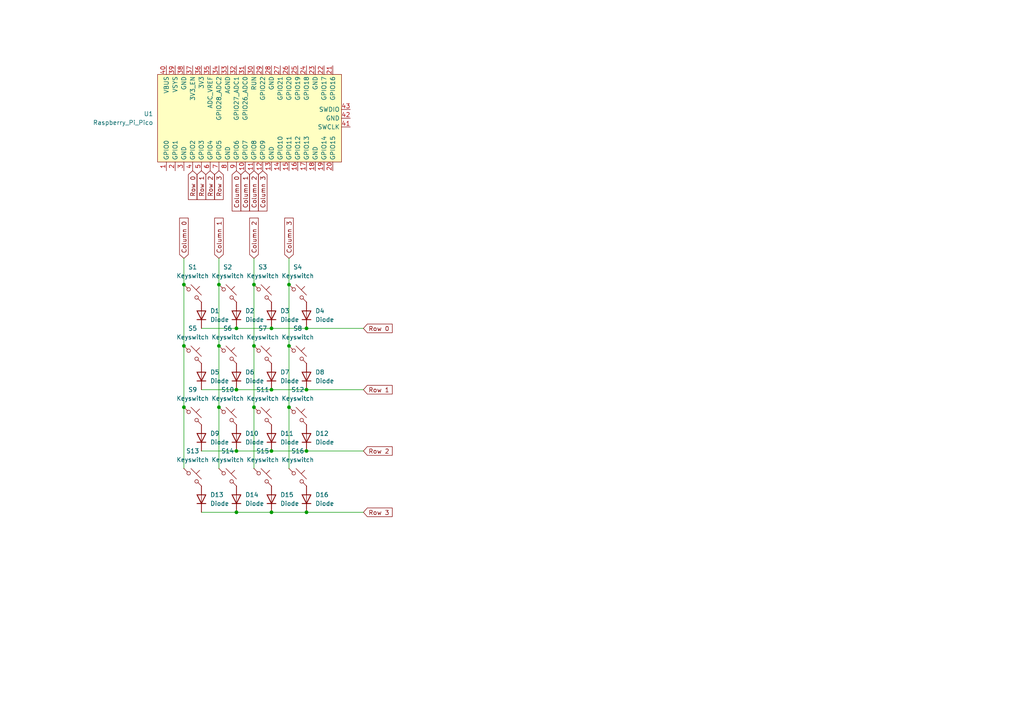
<source format=kicad_sch>
(kicad_sch
	(version 20231120)
	(generator "eeschema")
	(generator_version "8.0")
	(uuid "fa776c0b-dbce-4cf3-b17d-e993cfddc45a")
	(paper "A4")
	(lib_symbols
		(symbol "ScottoKeebs:MCU_Raspberry_Pi_Pico"
			(exclude_from_sim no)
			(in_bom yes)
			(on_board yes)
			(property "Reference" "U"
				(at 0 0 0)
				(effects
					(font
						(size 1.27 1.27)
					)
				)
			)
			(property "Value" "Raspberry_Pi_Pico"
				(at 0 27.94 0)
				(effects
					(font
						(size 1.27 1.27)
					)
				)
			)
			(property "Footprint" "ScottoKeebs_MCU:Raspberry_Pi_Pico"
				(at 0 30.48 0)
				(effects
					(font
						(size 1.27 1.27)
					)
					(hide yes)
				)
			)
			(property "Datasheet" ""
				(at 0 0 0)
				(effects
					(font
						(size 1.27 1.27)
					)
					(hide yes)
				)
			)
			(property "Description" ""
				(at 0 0 0)
				(effects
					(font
						(size 1.27 1.27)
					)
					(hide yes)
				)
			)
			(symbol "MCU_Raspberry_Pi_Pico_0_1"
				(rectangle
					(start -12.7 26.67)
					(end 12.7 -26.67)
					(stroke
						(width 0)
						(type default)
					)
					(fill
						(type background)
					)
				)
			)
			(symbol "MCU_Raspberry_Pi_Pico_1_1"
				(pin bidirectional line
					(at -15.24 24.13 0)
					(length 2.54)
					(name "GPIO0"
						(effects
							(font
								(size 1.27 1.27)
							)
						)
					)
					(number "1"
						(effects
							(font
								(size 1.27 1.27)
							)
						)
					)
				)
				(pin bidirectional line
					(at -15.24 1.27 0)
					(length 2.54)
					(name "GPIO7"
						(effects
							(font
								(size 1.27 1.27)
							)
						)
					)
					(number "10"
						(effects
							(font
								(size 1.27 1.27)
							)
						)
					)
				)
				(pin bidirectional line
					(at -15.24 -1.27 0)
					(length 2.54)
					(name "GPIO8"
						(effects
							(font
								(size 1.27 1.27)
							)
						)
					)
					(number "11"
						(effects
							(font
								(size 1.27 1.27)
							)
						)
					)
				)
				(pin bidirectional line
					(at -15.24 -3.81 0)
					(length 2.54)
					(name "GPIO9"
						(effects
							(font
								(size 1.27 1.27)
							)
						)
					)
					(number "12"
						(effects
							(font
								(size 1.27 1.27)
							)
						)
					)
				)
				(pin power_in line
					(at -15.24 -6.35 0)
					(length 2.54)
					(name "GND"
						(effects
							(font
								(size 1.27 1.27)
							)
						)
					)
					(number "13"
						(effects
							(font
								(size 1.27 1.27)
							)
						)
					)
				)
				(pin bidirectional line
					(at -15.24 -8.89 0)
					(length 2.54)
					(name "GPIO10"
						(effects
							(font
								(size 1.27 1.27)
							)
						)
					)
					(number "14"
						(effects
							(font
								(size 1.27 1.27)
							)
						)
					)
				)
				(pin bidirectional line
					(at -15.24 -11.43 0)
					(length 2.54)
					(name "GPIO11"
						(effects
							(font
								(size 1.27 1.27)
							)
						)
					)
					(number "15"
						(effects
							(font
								(size 1.27 1.27)
							)
						)
					)
				)
				(pin bidirectional line
					(at -15.24 -13.97 0)
					(length 2.54)
					(name "GPIO12"
						(effects
							(font
								(size 1.27 1.27)
							)
						)
					)
					(number "16"
						(effects
							(font
								(size 1.27 1.27)
							)
						)
					)
				)
				(pin bidirectional line
					(at -15.24 -16.51 0)
					(length 2.54)
					(name "GPIO13"
						(effects
							(font
								(size 1.27 1.27)
							)
						)
					)
					(number "17"
						(effects
							(font
								(size 1.27 1.27)
							)
						)
					)
				)
				(pin power_in line
					(at -15.24 -19.05 0)
					(length 2.54)
					(name "GND"
						(effects
							(font
								(size 1.27 1.27)
							)
						)
					)
					(number "18"
						(effects
							(font
								(size 1.27 1.27)
							)
						)
					)
				)
				(pin bidirectional line
					(at -15.24 -21.59 0)
					(length 2.54)
					(name "GPIO14"
						(effects
							(font
								(size 1.27 1.27)
							)
						)
					)
					(number "19"
						(effects
							(font
								(size 1.27 1.27)
							)
						)
					)
				)
				(pin bidirectional line
					(at -15.24 21.59 0)
					(length 2.54)
					(name "GPIO1"
						(effects
							(font
								(size 1.27 1.27)
							)
						)
					)
					(number "2"
						(effects
							(font
								(size 1.27 1.27)
							)
						)
					)
				)
				(pin bidirectional line
					(at -15.24 -24.13 0)
					(length 2.54)
					(name "GPIO15"
						(effects
							(font
								(size 1.27 1.27)
							)
						)
					)
					(number "20"
						(effects
							(font
								(size 1.27 1.27)
							)
						)
					)
				)
				(pin bidirectional line
					(at 15.24 -24.13 180)
					(length 2.54)
					(name "GPIO16"
						(effects
							(font
								(size 1.27 1.27)
							)
						)
					)
					(number "21"
						(effects
							(font
								(size 1.27 1.27)
							)
						)
					)
				)
				(pin bidirectional line
					(at 15.24 -21.59 180)
					(length 2.54)
					(name "GPIO17"
						(effects
							(font
								(size 1.27 1.27)
							)
						)
					)
					(number "22"
						(effects
							(font
								(size 1.27 1.27)
							)
						)
					)
				)
				(pin power_in line
					(at 15.24 -19.05 180)
					(length 2.54)
					(name "GND"
						(effects
							(font
								(size 1.27 1.27)
							)
						)
					)
					(number "23"
						(effects
							(font
								(size 1.27 1.27)
							)
						)
					)
				)
				(pin bidirectional line
					(at 15.24 -16.51 180)
					(length 2.54)
					(name "GPIO18"
						(effects
							(font
								(size 1.27 1.27)
							)
						)
					)
					(number "24"
						(effects
							(font
								(size 1.27 1.27)
							)
						)
					)
				)
				(pin bidirectional line
					(at 15.24 -13.97 180)
					(length 2.54)
					(name "GPIO19"
						(effects
							(font
								(size 1.27 1.27)
							)
						)
					)
					(number "25"
						(effects
							(font
								(size 1.27 1.27)
							)
						)
					)
				)
				(pin bidirectional line
					(at 15.24 -11.43 180)
					(length 2.54)
					(name "GPIO20"
						(effects
							(font
								(size 1.27 1.27)
							)
						)
					)
					(number "26"
						(effects
							(font
								(size 1.27 1.27)
							)
						)
					)
				)
				(pin bidirectional line
					(at 15.24 -8.89 180)
					(length 2.54)
					(name "GPIO21"
						(effects
							(font
								(size 1.27 1.27)
							)
						)
					)
					(number "27"
						(effects
							(font
								(size 1.27 1.27)
							)
						)
					)
				)
				(pin power_in line
					(at 15.24 -6.35 180)
					(length 2.54)
					(name "GND"
						(effects
							(font
								(size 1.27 1.27)
							)
						)
					)
					(number "28"
						(effects
							(font
								(size 1.27 1.27)
							)
						)
					)
				)
				(pin bidirectional line
					(at 15.24 -3.81 180)
					(length 2.54)
					(name "GPIO22"
						(effects
							(font
								(size 1.27 1.27)
							)
						)
					)
					(number "29"
						(effects
							(font
								(size 1.27 1.27)
							)
						)
					)
				)
				(pin power_in line
					(at -15.24 19.05 0)
					(length 2.54)
					(name "GND"
						(effects
							(font
								(size 1.27 1.27)
							)
						)
					)
					(number "3"
						(effects
							(font
								(size 1.27 1.27)
							)
						)
					)
				)
				(pin input line
					(at 15.24 -1.27 180)
					(length 2.54)
					(name "RUN"
						(effects
							(font
								(size 1.27 1.27)
							)
						)
					)
					(number "30"
						(effects
							(font
								(size 1.27 1.27)
							)
						)
					)
				)
				(pin bidirectional line
					(at 15.24 1.27 180)
					(length 2.54)
					(name "GPIO26_ADC0"
						(effects
							(font
								(size 1.27 1.27)
							)
						)
					)
					(number "31"
						(effects
							(font
								(size 1.27 1.27)
							)
						)
					)
				)
				(pin bidirectional line
					(at 15.24 3.81 180)
					(length 2.54)
					(name "GPIO27_ADC1"
						(effects
							(font
								(size 1.27 1.27)
							)
						)
					)
					(number "32"
						(effects
							(font
								(size 1.27 1.27)
							)
						)
					)
				)
				(pin power_in line
					(at 15.24 6.35 180)
					(length 2.54)
					(name "AGND"
						(effects
							(font
								(size 1.27 1.27)
							)
						)
					)
					(number "33"
						(effects
							(font
								(size 1.27 1.27)
							)
						)
					)
				)
				(pin bidirectional line
					(at 15.24 8.89 180)
					(length 2.54)
					(name "GPIO28_ADC2"
						(effects
							(font
								(size 1.27 1.27)
							)
						)
					)
					(number "34"
						(effects
							(font
								(size 1.27 1.27)
							)
						)
					)
				)
				(pin power_in line
					(at 15.24 11.43 180)
					(length 2.54)
					(name "ADC_VREF"
						(effects
							(font
								(size 1.27 1.27)
							)
						)
					)
					(number "35"
						(effects
							(font
								(size 1.27 1.27)
							)
						)
					)
				)
				(pin power_in line
					(at 15.24 13.97 180)
					(length 2.54)
					(name "3V3"
						(effects
							(font
								(size 1.27 1.27)
							)
						)
					)
					(number "36"
						(effects
							(font
								(size 1.27 1.27)
							)
						)
					)
				)
				(pin input line
					(at 15.24 16.51 180)
					(length 2.54)
					(name "3V3_EN"
						(effects
							(font
								(size 1.27 1.27)
							)
						)
					)
					(number "37"
						(effects
							(font
								(size 1.27 1.27)
							)
						)
					)
				)
				(pin bidirectional line
					(at 15.24 19.05 180)
					(length 2.54)
					(name "GND"
						(effects
							(font
								(size 1.27 1.27)
							)
						)
					)
					(number "38"
						(effects
							(font
								(size 1.27 1.27)
							)
						)
					)
				)
				(pin power_in line
					(at 15.24 21.59 180)
					(length 2.54)
					(name "VSYS"
						(effects
							(font
								(size 1.27 1.27)
							)
						)
					)
					(number "39"
						(effects
							(font
								(size 1.27 1.27)
							)
						)
					)
				)
				(pin bidirectional line
					(at -15.24 16.51 0)
					(length 2.54)
					(name "GPIO2"
						(effects
							(font
								(size 1.27 1.27)
							)
						)
					)
					(number "4"
						(effects
							(font
								(size 1.27 1.27)
							)
						)
					)
				)
				(pin power_in line
					(at 15.24 24.13 180)
					(length 2.54)
					(name "VBUS"
						(effects
							(font
								(size 1.27 1.27)
							)
						)
					)
					(number "40"
						(effects
							(font
								(size 1.27 1.27)
							)
						)
					)
				)
				(pin input line
					(at -2.54 -29.21 90)
					(length 2.54)
					(name "SWCLK"
						(effects
							(font
								(size 1.27 1.27)
							)
						)
					)
					(number "41"
						(effects
							(font
								(size 1.27 1.27)
							)
						)
					)
				)
				(pin power_in line
					(at 0 -29.21 90)
					(length 2.54)
					(name "GND"
						(effects
							(font
								(size 1.27 1.27)
							)
						)
					)
					(number "42"
						(effects
							(font
								(size 1.27 1.27)
							)
						)
					)
				)
				(pin bidirectional line
					(at 2.54 -29.21 90)
					(length 2.54)
					(name "SWDIO"
						(effects
							(font
								(size 1.27 1.27)
							)
						)
					)
					(number "43"
						(effects
							(font
								(size 1.27 1.27)
							)
						)
					)
				)
				(pin bidirectional line
					(at -15.24 13.97 0)
					(length 2.54)
					(name "GPIO3"
						(effects
							(font
								(size 1.27 1.27)
							)
						)
					)
					(number "5"
						(effects
							(font
								(size 1.27 1.27)
							)
						)
					)
				)
				(pin bidirectional line
					(at -15.24 11.43 0)
					(length 2.54)
					(name "GPIO4"
						(effects
							(font
								(size 1.27 1.27)
							)
						)
					)
					(number "6"
						(effects
							(font
								(size 1.27 1.27)
							)
						)
					)
				)
				(pin bidirectional line
					(at -15.24 8.89 0)
					(length 2.54)
					(name "GPIO5"
						(effects
							(font
								(size 1.27 1.27)
							)
						)
					)
					(number "7"
						(effects
							(font
								(size 1.27 1.27)
							)
						)
					)
				)
				(pin power_in line
					(at -15.24 6.35 0)
					(length 2.54)
					(name "GND"
						(effects
							(font
								(size 1.27 1.27)
							)
						)
					)
					(number "8"
						(effects
							(font
								(size 1.27 1.27)
							)
						)
					)
				)
				(pin bidirectional line
					(at -15.24 3.81 0)
					(length 2.54)
					(name "GPIO6"
						(effects
							(font
								(size 1.27 1.27)
							)
						)
					)
					(number "9"
						(effects
							(font
								(size 1.27 1.27)
							)
						)
					)
				)
			)
		)
		(symbol "ScottoKeebs:Placeholder_Diode"
			(pin_numbers hide)
			(pin_names hide)
			(exclude_from_sim no)
			(in_bom yes)
			(on_board yes)
			(property "Reference" "D"
				(at 0 2.54 0)
				(effects
					(font
						(size 1.27 1.27)
					)
				)
			)
			(property "Value" "Diode"
				(at 0 -2.54 0)
				(effects
					(font
						(size 1.27 1.27)
					)
				)
			)
			(property "Footprint" ""
				(at 0 0 0)
				(effects
					(font
						(size 1.27 1.27)
					)
					(hide yes)
				)
			)
			(property "Datasheet" ""
				(at 0 0 0)
				(effects
					(font
						(size 1.27 1.27)
					)
					(hide yes)
				)
			)
			(property "Description" "1N4148 (DO-35) or 1N4148W (SOD-123)"
				(at 0 0 0)
				(effects
					(font
						(size 1.27 1.27)
					)
					(hide yes)
				)
			)
			(property "Sim.Device" "D"
				(at 0 0 0)
				(effects
					(font
						(size 1.27 1.27)
					)
					(hide yes)
				)
			)
			(property "Sim.Pins" "1=K 2=A"
				(at 0 0 0)
				(effects
					(font
						(size 1.27 1.27)
					)
					(hide yes)
				)
			)
			(property "ki_keywords" "diode"
				(at 0 0 0)
				(effects
					(font
						(size 1.27 1.27)
					)
					(hide yes)
				)
			)
			(property "ki_fp_filters" "D*DO?35*"
				(at 0 0 0)
				(effects
					(font
						(size 1.27 1.27)
					)
					(hide yes)
				)
			)
			(symbol "Placeholder_Diode_0_1"
				(polyline
					(pts
						(xy -1.27 1.27) (xy -1.27 -1.27)
					)
					(stroke
						(width 0.254)
						(type default)
					)
					(fill
						(type none)
					)
				)
				(polyline
					(pts
						(xy 1.27 0) (xy -1.27 0)
					)
					(stroke
						(width 0)
						(type default)
					)
					(fill
						(type none)
					)
				)
				(polyline
					(pts
						(xy 1.27 1.27) (xy 1.27 -1.27) (xy -1.27 0) (xy 1.27 1.27)
					)
					(stroke
						(width 0.254)
						(type default)
					)
					(fill
						(type none)
					)
				)
			)
			(symbol "Placeholder_Diode_1_1"
				(pin passive line
					(at -3.81 0 0)
					(length 2.54)
					(name "K"
						(effects
							(font
								(size 1.27 1.27)
							)
						)
					)
					(number "1"
						(effects
							(font
								(size 1.27 1.27)
							)
						)
					)
				)
				(pin passive line
					(at 3.81 0 180)
					(length 2.54)
					(name "A"
						(effects
							(font
								(size 1.27 1.27)
							)
						)
					)
					(number "2"
						(effects
							(font
								(size 1.27 1.27)
							)
						)
					)
				)
			)
		)
		(symbol "ScottoKeebs:Placeholder_Keyswitch"
			(pin_numbers hide)
			(pin_names
				(offset 1.016) hide)
			(exclude_from_sim no)
			(in_bom yes)
			(on_board yes)
			(property "Reference" "S"
				(at 3.048 1.016 0)
				(effects
					(font
						(size 1.27 1.27)
					)
					(justify left)
				)
			)
			(property "Value" "Keyswitch"
				(at 0 -3.81 0)
				(effects
					(font
						(size 1.27 1.27)
					)
				)
			)
			(property "Footprint" ""
				(at 0 0 0)
				(effects
					(font
						(size 1.27 1.27)
					)
					(hide yes)
				)
			)
			(property "Datasheet" "~"
				(at 0 0 0)
				(effects
					(font
						(size 1.27 1.27)
					)
					(hide yes)
				)
			)
			(property "Description" "Push button switch, normally open, two pins, 45° tilted"
				(at 0 0 0)
				(effects
					(font
						(size 1.27 1.27)
					)
					(hide yes)
				)
			)
			(property "ki_keywords" "switch normally-open pushbutton push-button"
				(at 0 0 0)
				(effects
					(font
						(size 1.27 1.27)
					)
					(hide yes)
				)
			)
			(symbol "Placeholder_Keyswitch_0_1"
				(circle
					(center -1.1684 1.1684)
					(radius 0.508)
					(stroke
						(width 0)
						(type default)
					)
					(fill
						(type none)
					)
				)
				(polyline
					(pts
						(xy -0.508 2.54) (xy 2.54 -0.508)
					)
					(stroke
						(width 0)
						(type default)
					)
					(fill
						(type none)
					)
				)
				(polyline
					(pts
						(xy 1.016 1.016) (xy 2.032 2.032)
					)
					(stroke
						(width 0)
						(type default)
					)
					(fill
						(type none)
					)
				)
				(polyline
					(pts
						(xy -2.54 2.54) (xy -1.524 1.524) (xy -1.524 1.524)
					)
					(stroke
						(width 0)
						(type default)
					)
					(fill
						(type none)
					)
				)
				(polyline
					(pts
						(xy 1.524 -1.524) (xy 2.54 -2.54) (xy 2.54 -2.54) (xy 2.54 -2.54)
					)
					(stroke
						(width 0)
						(type default)
					)
					(fill
						(type none)
					)
				)
				(circle
					(center 1.143 -1.1938)
					(radius 0.508)
					(stroke
						(width 0)
						(type default)
					)
					(fill
						(type none)
					)
				)
				(pin passive line
					(at -2.54 2.54 0)
					(length 0)
					(name "1"
						(effects
							(font
								(size 1.27 1.27)
							)
						)
					)
					(number "1"
						(effects
							(font
								(size 1.27 1.27)
							)
						)
					)
				)
				(pin passive line
					(at 2.54 -2.54 180)
					(length 0)
					(name "2"
						(effects
							(font
								(size 1.27 1.27)
							)
						)
					)
					(number "2"
						(effects
							(font
								(size 1.27 1.27)
							)
						)
					)
				)
			)
		)
	)
	(junction
		(at 88.9 95.25)
		(diameter 0)
		(color 0 0 0 0)
		(uuid "031651c9-c868-46b8-a2c9-6ca21bf3ee2d")
	)
	(junction
		(at 68.58 148.59)
		(diameter 0)
		(color 0 0 0 0)
		(uuid "03b199ba-e56b-463d-87d4-c94e86526b6c")
	)
	(junction
		(at 63.5 118.11)
		(diameter 0)
		(color 0 0 0 0)
		(uuid "0523096d-4135-43ac-bd56-9f434351c01c")
	)
	(junction
		(at 83.82 100.33)
		(diameter 0)
		(color 0 0 0 0)
		(uuid "137146b0-3cbf-46ed-9152-b5189947ef8b")
	)
	(junction
		(at 53.34 82.55)
		(diameter 0)
		(color 0 0 0 0)
		(uuid "15719a3c-700c-4be0-bad4-191a56a98372")
	)
	(junction
		(at 78.74 95.25)
		(diameter 0)
		(color 0 0 0 0)
		(uuid "1ca92baf-7349-40f7-9779-958a6304f0a1")
	)
	(junction
		(at 83.82 82.55)
		(diameter 0)
		(color 0 0 0 0)
		(uuid "270e694c-19de-45f0-ac00-b8b6cddc856a")
	)
	(junction
		(at 78.74 113.03)
		(diameter 0)
		(color 0 0 0 0)
		(uuid "2cfcbbfe-75dc-4aca-ae4d-86588de9e480")
	)
	(junction
		(at 78.74 130.81)
		(diameter 0)
		(color 0 0 0 0)
		(uuid "3089630e-b6e6-413c-b93e-98d7e696ee9e")
	)
	(junction
		(at 53.34 118.11)
		(diameter 0)
		(color 0 0 0 0)
		(uuid "46df06fb-43d2-4a10-8419-a92387098752")
	)
	(junction
		(at 68.58 113.03)
		(diameter 0)
		(color 0 0 0 0)
		(uuid "589aee02-b7f4-40b4-8b12-06a926a23732")
	)
	(junction
		(at 53.34 100.33)
		(diameter 0)
		(color 0 0 0 0)
		(uuid "6d4870c9-bb1a-4ee3-8971-7b89a453fea2")
	)
	(junction
		(at 68.58 95.25)
		(diameter 0)
		(color 0 0 0 0)
		(uuid "7899143a-2c0c-42f8-8091-0a470fef326a")
	)
	(junction
		(at 73.66 100.33)
		(diameter 0)
		(color 0 0 0 0)
		(uuid "854081f7-feff-4215-9377-4de5bb7159f9")
	)
	(junction
		(at 68.58 130.81)
		(diameter 0)
		(color 0 0 0 0)
		(uuid "892986e8-54dc-4842-86d7-8e8a9d7bd415")
	)
	(junction
		(at 88.9 130.81)
		(diameter 0)
		(color 0 0 0 0)
		(uuid "a4fd3fb1-330e-4ff3-aae2-adbf61740d40")
	)
	(junction
		(at 78.74 148.59)
		(diameter 0)
		(color 0 0 0 0)
		(uuid "af9eeed0-b2c3-45bc-8c18-590631d2b692")
	)
	(junction
		(at 88.9 113.03)
		(diameter 0)
		(color 0 0 0 0)
		(uuid "c0a9ea9d-66ff-471e-b2a2-cbc8757b77b8")
	)
	(junction
		(at 83.82 118.11)
		(diameter 0)
		(color 0 0 0 0)
		(uuid "c7086f6d-7b65-4862-a584-110d8bbbddec")
	)
	(junction
		(at 73.66 118.11)
		(diameter 0)
		(color 0 0 0 0)
		(uuid "d772008c-a579-4624-a2f1-2c30b24038df")
	)
	(junction
		(at 73.66 82.55)
		(diameter 0)
		(color 0 0 0 0)
		(uuid "df3c096c-264e-48da-8fec-5a24a4152dbb")
	)
	(junction
		(at 63.5 100.33)
		(diameter 0)
		(color 0 0 0 0)
		(uuid "e74019b7-7a30-4817-bdd1-de301585bf49")
	)
	(junction
		(at 88.9 148.59)
		(diameter 0)
		(color 0 0 0 0)
		(uuid "f6f7b73a-f522-4a66-877d-e2ffe26972a2")
	)
	(junction
		(at 63.5 82.55)
		(diameter 0)
		(color 0 0 0 0)
		(uuid "fb1045cb-b7b5-45f7-bbdd-e082855e1076")
	)
	(wire
		(pts
			(xy 88.9 95.25) (xy 105.41 95.25)
		)
		(stroke
			(width 0)
			(type default)
		)
		(uuid "0e406af1-427c-4332-b1a6-d6668b1c162c")
	)
	(wire
		(pts
			(xy 53.34 74.93) (xy 53.34 82.55)
		)
		(stroke
			(width 0)
			(type default)
		)
		(uuid "11fab790-6c98-42a0-a9be-1770e78ab1e4")
	)
	(wire
		(pts
			(xy 63.5 82.55) (xy 63.5 100.33)
		)
		(stroke
			(width 0)
			(type default)
		)
		(uuid "1372989d-8eef-4c60-a6f7-3618045ad763")
	)
	(wire
		(pts
			(xy 53.34 118.11) (xy 53.34 135.89)
		)
		(stroke
			(width 0)
			(type default)
		)
		(uuid "1b59cd37-9389-4474-aa1e-0569010dec75")
	)
	(wire
		(pts
			(xy 53.34 82.55) (xy 53.34 100.33)
		)
		(stroke
			(width 0)
			(type default)
		)
		(uuid "24638ef3-3d95-4197-80a3-0bcad092a1e6")
	)
	(wire
		(pts
			(xy 53.34 100.33) (xy 53.34 118.11)
		)
		(stroke
			(width 0)
			(type default)
		)
		(uuid "2ac39740-7645-44de-8a7b-74778d081600")
	)
	(wire
		(pts
			(xy 63.5 100.33) (xy 63.5 118.11)
		)
		(stroke
			(width 0)
			(type default)
		)
		(uuid "2f5a3b35-a99e-4468-98c0-a3ca9805574a")
	)
	(wire
		(pts
			(xy 68.58 113.03) (xy 78.74 113.03)
		)
		(stroke
			(width 0)
			(type default)
		)
		(uuid "2fbec449-ba77-4407-adf2-90a87fde94ff")
	)
	(wire
		(pts
			(xy 78.74 95.25) (xy 88.9 95.25)
		)
		(stroke
			(width 0)
			(type default)
		)
		(uuid "471934e1-f579-45f9-a8e7-65920c5c7ae8")
	)
	(wire
		(pts
			(xy 88.9 130.81) (xy 105.41 130.81)
		)
		(stroke
			(width 0)
			(type default)
		)
		(uuid "55428323-b1aa-4732-83df-a33f21e582ab")
	)
	(wire
		(pts
			(xy 58.42 130.81) (xy 68.58 130.81)
		)
		(stroke
			(width 0)
			(type default)
		)
		(uuid "6dae900d-25cf-4a07-8cf4-8b31d8702345")
	)
	(wire
		(pts
			(xy 83.82 74.93) (xy 83.82 82.55)
		)
		(stroke
			(width 0)
			(type default)
		)
		(uuid "6eda4357-ab69-45bd-b026-9263d5ec0cfd")
	)
	(wire
		(pts
			(xy 83.82 82.55) (xy 83.82 100.33)
		)
		(stroke
			(width 0)
			(type default)
		)
		(uuid "706996ac-e519-4e19-9be0-292eee9bbf1e")
	)
	(wire
		(pts
			(xy 58.42 113.03) (xy 68.58 113.03)
		)
		(stroke
			(width 0)
			(type default)
		)
		(uuid "844f7679-5653-4018-a168-45e47f306983")
	)
	(wire
		(pts
			(xy 83.82 100.33) (xy 83.82 118.11)
		)
		(stroke
			(width 0)
			(type default)
		)
		(uuid "9079c913-a559-4017-8c70-b37ffa2db1c1")
	)
	(wire
		(pts
			(xy 88.9 113.03) (xy 105.41 113.03)
		)
		(stroke
			(width 0)
			(type default)
		)
		(uuid "90cfb934-be5a-43e2-84cb-593b8a9e2ce3")
	)
	(wire
		(pts
			(xy 78.74 130.81) (xy 88.9 130.81)
		)
		(stroke
			(width 0)
			(type default)
		)
		(uuid "99a1b53f-8b67-4a35-8f74-6e0d4c55b94e")
	)
	(wire
		(pts
			(xy 78.74 148.59) (xy 88.9 148.59)
		)
		(stroke
			(width 0)
			(type default)
		)
		(uuid "9ceb8a9b-d73f-4f56-98ac-4159e589746d")
	)
	(wire
		(pts
			(xy 78.74 113.03) (xy 88.9 113.03)
		)
		(stroke
			(width 0)
			(type default)
		)
		(uuid "a7a6bfa9-1a73-40a0-a4ef-e2d6fd94da94")
	)
	(wire
		(pts
			(xy 73.66 74.93) (xy 73.66 82.55)
		)
		(stroke
			(width 0)
			(type default)
		)
		(uuid "baebebb6-d6f7-47ef-bf89-05d02dc53e94")
	)
	(wire
		(pts
			(xy 88.9 148.59) (xy 105.41 148.59)
		)
		(stroke
			(width 0)
			(type default)
		)
		(uuid "bbf5cacf-c537-43a2-9947-7c49a2f1008a")
	)
	(wire
		(pts
			(xy 63.5 118.11) (xy 63.5 135.89)
		)
		(stroke
			(width 0)
			(type default)
		)
		(uuid "bf1e8d9e-dfb8-447d-9410-7d46e0f7cc9d")
	)
	(wire
		(pts
			(xy 58.42 95.25) (xy 68.58 95.25)
		)
		(stroke
			(width 0)
			(type default)
		)
		(uuid "c0fb977f-4fc5-4ac8-b055-2f7009a04931")
	)
	(wire
		(pts
			(xy 73.66 100.33) (xy 73.66 118.11)
		)
		(stroke
			(width 0)
			(type default)
		)
		(uuid "c293c3d9-2c87-4831-b577-4ec1a23fa3b5")
	)
	(wire
		(pts
			(xy 68.58 148.59) (xy 78.74 148.59)
		)
		(stroke
			(width 0)
			(type default)
		)
		(uuid "c2ff0177-3872-49a7-af7f-d9b1269f324f")
	)
	(wire
		(pts
			(xy 73.66 118.11) (xy 73.66 135.89)
		)
		(stroke
			(width 0)
			(type default)
		)
		(uuid "ce1fa957-2a11-4c82-9b5a-69a9c643b6a0")
	)
	(wire
		(pts
			(xy 63.5 74.93) (xy 63.5 82.55)
		)
		(stroke
			(width 0)
			(type default)
		)
		(uuid "d58edbe1-d509-45ad-9815-49007aec889f")
	)
	(wire
		(pts
			(xy 68.58 130.81) (xy 78.74 130.81)
		)
		(stroke
			(width 0)
			(type default)
		)
		(uuid "dfec6ae1-95f5-4eed-a258-a5702f321859")
	)
	(wire
		(pts
			(xy 68.58 95.25) (xy 78.74 95.25)
		)
		(stroke
			(width 0)
			(type default)
		)
		(uuid "e891c92e-196b-42a7-9e14-0279bca466f3")
	)
	(wire
		(pts
			(xy 73.66 82.55) (xy 73.66 100.33)
		)
		(stroke
			(width 0)
			(type default)
		)
		(uuid "f370eee8-28bf-4cc7-83fd-38dc19789a71")
	)
	(wire
		(pts
			(xy 83.82 118.11) (xy 83.82 135.89)
		)
		(stroke
			(width 0)
			(type default)
		)
		(uuid "f5047a49-e027-43df-b1c2-77ba4b27df8f")
	)
	(wire
		(pts
			(xy 58.42 148.59) (xy 68.58 148.59)
		)
		(stroke
			(width 0)
			(type default)
		)
		(uuid "fb737ad4-1472-4f34-88c5-561e6e604e4f")
	)
	(global_label "Column 1"
		(shape input)
		(at 63.5 74.93 90)
		(fields_autoplaced yes)
		(effects
			(font
				(size 1.27 1.27)
			)
			(justify left)
		)
		(uuid "0ee465bc-1305-42ad-9679-feed64f873b6")
		(property "Intersheetrefs" "${INTERSHEET_REFS}"
			(at 63.5 62.6922 90)
			(effects
				(font
					(size 1.27 1.27)
				)
				(justify left)
				(hide yes)
			)
		)
	)
	(global_label "Row 1"
		(shape input)
		(at 105.41 113.03 0)
		(fields_autoplaced yes)
		(effects
			(font
				(size 1.27 1.27)
			)
			(justify left)
		)
		(uuid "0fc74fd4-09a8-4d28-815d-a9c31aaf22b2")
		(property "Intersheetrefs" "${INTERSHEET_REFS}"
			(at 114.3218 113.03 0)
			(effects
				(font
					(size 1.27 1.27)
				)
				(justify left)
				(hide yes)
			)
		)
	)
	(global_label "Column 2"
		(shape input)
		(at 73.66 49.53 270)
		(fields_autoplaced yes)
		(effects
			(font
				(size 1.27 1.27)
			)
			(justify right)
		)
		(uuid "38e4025f-a156-4a45-8128-a1b6eeb04438")
		(property "Intersheetrefs" "${INTERSHEET_REFS}"
			(at 73.66 61.7678 90)
			(effects
				(font
					(size 1.27 1.27)
				)
				(justify right)
				(hide yes)
			)
		)
	)
	(global_label "Row 0"
		(shape input)
		(at 55.88 49.53 270)
		(fields_autoplaced yes)
		(effects
			(font
				(size 1.27 1.27)
			)
			(justify right)
		)
		(uuid "4afdaaa6-22ca-4cd0-a79a-8856da0948a4")
		(property "Intersheetrefs" "${INTERSHEET_REFS}"
			(at 55.88 58.4418 90)
			(effects
				(font
					(size 1.27 1.27)
				)
				(justify right)
				(hide yes)
			)
		)
	)
	(global_label "Column 2"
		(shape input)
		(at 73.66 74.93 90)
		(fields_autoplaced yes)
		(effects
			(font
				(size 1.27 1.27)
			)
			(justify left)
		)
		(uuid "4b980688-ff9e-4994-9384-7c5c0e364c3a")
		(property "Intersheetrefs" "${INTERSHEET_REFS}"
			(at 73.66 62.6922 90)
			(effects
				(font
					(size 1.27 1.27)
				)
				(justify left)
				(hide yes)
			)
		)
	)
	(global_label "Row 0"
		(shape input)
		(at 105.41 95.25 0)
		(fields_autoplaced yes)
		(effects
			(font
				(size 1.27 1.27)
			)
			(justify left)
		)
		(uuid "5422f2c3-dcea-4a47-933f-50586d1b3372")
		(property "Intersheetrefs" "${INTERSHEET_REFS}"
			(at 114.3218 95.25 0)
			(effects
				(font
					(size 1.27 1.27)
				)
				(justify left)
				(hide yes)
			)
		)
	)
	(global_label "Column 0"
		(shape input)
		(at 68.58 49.53 270)
		(fields_autoplaced yes)
		(effects
			(font
				(size 1.27 1.27)
			)
			(justify right)
		)
		(uuid "5ba33117-6d94-4de9-89ec-0c6ff56adae0")
		(property "Intersheetrefs" "${INTERSHEET_REFS}"
			(at 68.58 61.7678 90)
			(effects
				(font
					(size 1.27 1.27)
				)
				(justify right)
				(hide yes)
			)
		)
	)
	(global_label "Row 3"
		(shape input)
		(at 63.5 49.53 270)
		(fields_autoplaced yes)
		(effects
			(font
				(size 1.27 1.27)
			)
			(justify right)
		)
		(uuid "6b42a1ad-a753-47e5-aa66-de6106e8452e")
		(property "Intersheetrefs" "${INTERSHEET_REFS}"
			(at 63.5 58.4418 90)
			(effects
				(font
					(size 1.27 1.27)
				)
				(justify right)
				(hide yes)
			)
		)
	)
	(global_label "Row 3"
		(shape input)
		(at 105.41 148.59 0)
		(fields_autoplaced yes)
		(effects
			(font
				(size 1.27 1.27)
			)
			(justify left)
		)
		(uuid "6d1c0698-de25-4db0-8166-e59c0070425b")
		(property "Intersheetrefs" "${INTERSHEET_REFS}"
			(at 114.3218 148.59 0)
			(effects
				(font
					(size 1.27 1.27)
				)
				(justify left)
				(hide yes)
			)
		)
	)
	(global_label "Row 2"
		(shape input)
		(at 60.96 49.53 270)
		(fields_autoplaced yes)
		(effects
			(font
				(size 1.27 1.27)
			)
			(justify right)
		)
		(uuid "8d4f1514-27b5-4dd4-93de-d4a6345ae506")
		(property "Intersheetrefs" "${INTERSHEET_REFS}"
			(at 60.96 58.4418 90)
			(effects
				(font
					(size 1.27 1.27)
				)
				(justify right)
				(hide yes)
			)
		)
	)
	(global_label "Column 3"
		(shape input)
		(at 83.82 74.93 90)
		(fields_autoplaced yes)
		(effects
			(font
				(size 1.27 1.27)
			)
			(justify left)
		)
		(uuid "991034bc-f97e-4829-bd65-9ff6a2398fbd")
		(property "Intersheetrefs" "${INTERSHEET_REFS}"
			(at 83.82 62.6922 90)
			(effects
				(font
					(size 1.27 1.27)
				)
				(justify left)
				(hide yes)
			)
		)
	)
	(global_label "Column 3"
		(shape input)
		(at 76.2 49.53 270)
		(fields_autoplaced yes)
		(effects
			(font
				(size 1.27 1.27)
			)
			(justify right)
		)
		(uuid "a515201d-22ac-4b8f-b454-3499e6d747f7")
		(property "Intersheetrefs" "${INTERSHEET_REFS}"
			(at 76.2 61.7678 90)
			(effects
				(font
					(size 1.27 1.27)
				)
				(justify right)
				(hide yes)
			)
		)
	)
	(global_label "Row 2"
		(shape input)
		(at 105.41 130.81 0)
		(fields_autoplaced yes)
		(effects
			(font
				(size 1.27 1.27)
			)
			(justify left)
		)
		(uuid "c3bd0f8a-61ac-4864-8598-f31294e06cb3")
		(property "Intersheetrefs" "${INTERSHEET_REFS}"
			(at 114.3218 130.81 0)
			(effects
				(font
					(size 1.27 1.27)
				)
				(justify left)
				(hide yes)
			)
		)
	)
	(global_label "Column 1"
		(shape input)
		(at 71.12 49.53 270)
		(fields_autoplaced yes)
		(effects
			(font
				(size 1.27 1.27)
			)
			(justify right)
		)
		(uuid "e445c8b5-87b2-4c30-a808-300abae26376")
		(property "Intersheetrefs" "${INTERSHEET_REFS}"
			(at 71.12 61.7678 90)
			(effects
				(font
					(size 1.27 1.27)
				)
				(justify right)
				(hide yes)
			)
		)
	)
	(global_label "Row 1"
		(shape input)
		(at 58.42 49.53 270)
		(fields_autoplaced yes)
		(effects
			(font
				(size 1.27 1.27)
			)
			(justify right)
		)
		(uuid "e68c4cfc-3146-4602-b736-1e76e611ba57")
		(property "Intersheetrefs" "${INTERSHEET_REFS}"
			(at 58.42 58.4418 90)
			(effects
				(font
					(size 1.27 1.27)
				)
				(justify right)
				(hide yes)
			)
		)
	)
	(global_label "Column 0"
		(shape input)
		(at 53.34 74.93 90)
		(fields_autoplaced yes)
		(effects
			(font
				(size 1.27 1.27)
			)
			(justify left)
		)
		(uuid "e69aea54-d099-421a-a9b3-68ab0a06f42b")
		(property "Intersheetrefs" "${INTERSHEET_REFS}"
			(at 53.34 62.6922 90)
			(effects
				(font
					(size 1.27 1.27)
				)
				(justify left)
				(hide yes)
			)
		)
	)
	(symbol
		(lib_id "ScottoKeebs:Placeholder_Diode")
		(at 58.42 91.44 90)
		(unit 1)
		(exclude_from_sim no)
		(in_bom yes)
		(on_board yes)
		(dnp no)
		(fields_autoplaced yes)
		(uuid "0810cb3b-a527-46c9-9ab1-f7861b76f5d7")
		(property "Reference" "D1"
			(at 60.96 90.1699 90)
			(effects
				(font
					(size 1.27 1.27)
				)
				(justify right)
			)
		)
		(property "Value" "Diode"
			(at 60.96 92.7099 90)
			(effects
				(font
					(size 1.27 1.27)
				)
				(justify right)
			)
		)
		(property "Footprint" ""
			(at 58.42 91.44 0)
			(effects
				(font
					(size 1.27 1.27)
				)
				(hide yes)
			)
		)
		(property "Datasheet" ""
			(at 58.42 91.44 0)
			(effects
				(font
					(size 1.27 1.27)
				)
				(hide yes)
			)
		)
		(property "Description" "1N4148 (DO-35) or 1N4148W (SOD-123)"
			(at 58.42 91.44 0)
			(effects
				(font
					(size 1.27 1.27)
				)
				(hide yes)
			)
		)
		(property "Sim.Device" "D"
			(at 58.42 91.44 0)
			(effects
				(font
					(size 1.27 1.27)
				)
				(hide yes)
			)
		)
		(property "Sim.Pins" "1=K 2=A"
			(at 58.42 91.44 0)
			(effects
				(font
					(size 1.27 1.27)
				)
				(hide yes)
			)
		)
		(pin "1"
			(uuid "c1900892-3bb1-4c91-a9a3-c4e78dd43739")
		)
		(pin "2"
			(uuid "09600bfb-de0d-47e6-b094-d2dbe4646903")
		)
		(instances
			(project ""
				(path "/fa776c0b-dbce-4cf3-b17d-e993cfddc45a"
					(reference "D1")
					(unit 1)
				)
			)
		)
	)
	(symbol
		(lib_id "ScottoKeebs:Placeholder_Keyswitch")
		(at 55.88 120.65 0)
		(unit 1)
		(exclude_from_sim no)
		(in_bom yes)
		(on_board yes)
		(dnp no)
		(fields_autoplaced yes)
		(uuid "11f09450-bd50-4897-9d9c-679fc93d3ff6")
		(property "Reference" "S9"
			(at 55.88 113.03 0)
			(effects
				(font
					(size 1.27 1.27)
				)
			)
		)
		(property "Value" "Keyswitch"
			(at 55.88 115.57 0)
			(effects
				(font
					(size 1.27 1.27)
				)
			)
		)
		(property "Footprint" ""
			(at 55.88 120.65 0)
			(effects
				(font
					(size 1.27 1.27)
				)
				(hide yes)
			)
		)
		(property "Datasheet" "~"
			(at 55.88 120.65 0)
			(effects
				(font
					(size 1.27 1.27)
				)
				(hide yes)
			)
		)
		(property "Description" "Push button switch, normally open, two pins, 45° tilted"
			(at 55.88 120.65 0)
			(effects
				(font
					(size 1.27 1.27)
				)
				(hide yes)
			)
		)
		(pin "2"
			(uuid "69d91eac-fb56-43b9-b4e6-72b410126baf")
		)
		(pin "1"
			(uuid "d4b69014-e98f-4ec1-b96a-fd500ac9b7f7")
		)
		(instances
			(project "Macropad"
				(path "/fa776c0b-dbce-4cf3-b17d-e993cfddc45a"
					(reference "S9")
					(unit 1)
				)
			)
		)
	)
	(symbol
		(lib_id "ScottoKeebs:Placeholder_Diode")
		(at 68.58 91.44 90)
		(unit 1)
		(exclude_from_sim no)
		(in_bom yes)
		(on_board yes)
		(dnp no)
		(fields_autoplaced yes)
		(uuid "153f5847-2d34-411d-871f-05bdb3c42125")
		(property "Reference" "D2"
			(at 71.12 90.1699 90)
			(effects
				(font
					(size 1.27 1.27)
				)
				(justify right)
			)
		)
		(property "Value" "Diode"
			(at 71.12 92.7099 90)
			(effects
				(font
					(size 1.27 1.27)
				)
				(justify right)
			)
		)
		(property "Footprint" ""
			(at 68.58 91.44 0)
			(effects
				(font
					(size 1.27 1.27)
				)
				(hide yes)
			)
		)
		(property "Datasheet" ""
			(at 68.58 91.44 0)
			(effects
				(font
					(size 1.27 1.27)
				)
				(hide yes)
			)
		)
		(property "Description" "1N4148 (DO-35) or 1N4148W (SOD-123)"
			(at 68.58 91.44 0)
			(effects
				(font
					(size 1.27 1.27)
				)
				(hide yes)
			)
		)
		(property "Sim.Device" "D"
			(at 68.58 91.44 0)
			(effects
				(font
					(size 1.27 1.27)
				)
				(hide yes)
			)
		)
		(property "Sim.Pins" "1=K 2=A"
			(at 68.58 91.44 0)
			(effects
				(font
					(size 1.27 1.27)
				)
				(hide yes)
			)
		)
		(pin "1"
			(uuid "ca4e1f21-0118-45e5-a76d-e65ce265010f")
		)
		(pin "2"
			(uuid "d55ef0e4-f1d1-4a8c-b898-0d6c727fbef4")
		)
		(instances
			(project "Macropad"
				(path "/fa776c0b-dbce-4cf3-b17d-e993cfddc45a"
					(reference "D2")
					(unit 1)
				)
			)
		)
	)
	(symbol
		(lib_id "ScottoKeebs:Placeholder_Diode")
		(at 78.74 127 90)
		(unit 1)
		(exclude_from_sim no)
		(in_bom yes)
		(on_board yes)
		(dnp no)
		(fields_autoplaced yes)
		(uuid "19d1525d-ac27-4e36-b336-a4ba14ead39f")
		(property "Reference" "D11"
			(at 81.28 125.7299 90)
			(effects
				(font
					(size 1.27 1.27)
				)
				(justify right)
			)
		)
		(property "Value" "Diode"
			(at 81.28 128.2699 90)
			(effects
				(font
					(size 1.27 1.27)
				)
				(justify right)
			)
		)
		(property "Footprint" ""
			(at 78.74 127 0)
			(effects
				(font
					(size 1.27 1.27)
				)
				(hide yes)
			)
		)
		(property "Datasheet" ""
			(at 78.74 127 0)
			(effects
				(font
					(size 1.27 1.27)
				)
				(hide yes)
			)
		)
		(property "Description" "1N4148 (DO-35) or 1N4148W (SOD-123)"
			(at 78.74 127 0)
			(effects
				(font
					(size 1.27 1.27)
				)
				(hide yes)
			)
		)
		(property "Sim.Device" "D"
			(at 78.74 127 0)
			(effects
				(font
					(size 1.27 1.27)
				)
				(hide yes)
			)
		)
		(property "Sim.Pins" "1=K 2=A"
			(at 78.74 127 0)
			(effects
				(font
					(size 1.27 1.27)
				)
				(hide yes)
			)
		)
		(pin "1"
			(uuid "4ed7fcc8-ccfb-4211-a7aa-1892e36c0a4d")
		)
		(pin "2"
			(uuid "9e5c7d14-672f-4435-868c-60358b5eb73e")
		)
		(instances
			(project "Macropad"
				(path "/fa776c0b-dbce-4cf3-b17d-e993cfddc45a"
					(reference "D11")
					(unit 1)
				)
			)
		)
	)
	(symbol
		(lib_id "ScottoKeebs:MCU_Raspberry_Pi_Pico")
		(at 72.39 34.29 90)
		(unit 1)
		(exclude_from_sim no)
		(in_bom yes)
		(on_board yes)
		(dnp no)
		(fields_autoplaced yes)
		(uuid "1e4b0fd5-5fbc-42db-a9db-619522a1d4d2")
		(property "Reference" "U1"
			(at 44.45 33.0199 90)
			(effects
				(font
					(size 1.27 1.27)
				)
				(justify left)
			)
		)
		(property "Value" "Raspberry_Pi_Pico"
			(at 44.45 35.5599 90)
			(effects
				(font
					(size 1.27 1.27)
				)
				(justify left)
			)
		)
		(property "Footprint" "ScottoKeebs_MCU:Raspberry_Pi_Pico"
			(at 41.91 34.29 0)
			(effects
				(font
					(size 1.27 1.27)
				)
				(hide yes)
			)
		)
		(property "Datasheet" ""
			(at 72.39 34.29 0)
			(effects
				(font
					(size 1.27 1.27)
				)
				(hide yes)
			)
		)
		(property "Description" ""
			(at 72.39 34.29 0)
			(effects
				(font
					(size 1.27 1.27)
				)
				(hide yes)
			)
		)
		(pin "38"
			(uuid "01c14919-bfc6-4da6-9e00-f54950237f9e")
		)
		(pin "37"
			(uuid "2e254454-acd5-4245-bcc4-29bb8cdb28f8")
		)
		(pin "35"
			(uuid "8f571b1d-3bd8-45b7-b871-e1ac614b3a1f")
		)
		(pin "43"
			(uuid "c6ac267c-f08d-41d8-a096-7f7ebd9eb41f")
		)
		(pin "7"
			(uuid "ef137af0-4c63-4fca-bcc8-a18a5ba92164")
		)
		(pin "40"
			(uuid "95698ba6-dd87-4cf2-9074-687e05aeca31")
		)
		(pin "41"
			(uuid "7e6d13b6-1d36-48d0-a8a0-0ce96ca088fe")
		)
		(pin "39"
			(uuid "6180f639-c062-4361-a873-1230f24867f1")
		)
		(pin "9"
			(uuid "ac67ffcf-e988-44cd-97fd-6e1208eded45")
		)
		(pin "36"
			(uuid "18902c25-3a2a-41cc-940d-7b71f0be01e3")
		)
		(pin "8"
			(uuid "57758bc2-4c0e-4aae-a29b-85016681591a")
		)
		(pin "6"
			(uuid "0ebaedc5-737d-4a69-842a-ff6eb9e20240")
		)
		(pin "4"
			(uuid "f570305d-105e-4380-be24-1b05dacdf9fc")
		)
		(pin "42"
			(uuid "ee6796d8-9f91-4a54-b1cc-75a853e81b77")
		)
		(pin "5"
			(uuid "76ea3c77-daf7-473a-b354-3d37d0e1a05d")
		)
		(pin "26"
			(uuid "df397568-b32d-46f7-84dd-00608cf7667d")
		)
		(pin "19"
			(uuid "7426134c-a94f-4400-8266-b92e6bd351d4")
		)
		(pin "28"
			(uuid "03ba5885-2513-48cd-ad13-b3585dedd3fd")
		)
		(pin "27"
			(uuid "3863f783-b717-4e1c-9422-6ecf1fda36b9")
		)
		(pin "29"
			(uuid "484691aa-e870-4ef8-bb55-f6a760a1f7e6")
		)
		(pin "3"
			(uuid "6f58dc0c-fc33-4877-a72a-9ba8e61d5a38")
		)
		(pin "30"
			(uuid "287545b6-bcaf-44e0-8a99-d3e74131762c")
		)
		(pin "31"
			(uuid "a726cf11-e6b7-4059-8a33-2987f65c2a30")
		)
		(pin "32"
			(uuid "e82c138c-7e1a-4ace-b8bc-a74f70a44f73")
		)
		(pin "33"
			(uuid "573eaba6-2bdb-4811-add0-1b2fa1c82167")
		)
		(pin "34"
			(uuid "e95749a5-2f00-415a-be21-c202f601899d")
		)
		(pin "11"
			(uuid "7a7507db-87c8-4c4c-b727-d7fc817bf986")
		)
		(pin "13"
			(uuid "6855e753-96d9-4cd1-8036-5ec4aaf959dc")
		)
		(pin "17"
			(uuid "57e8b731-9939-4efb-b9cd-2458783699cc")
		)
		(pin "18"
			(uuid "73bfa201-fcf9-4324-8aa0-5813be51d8f3")
		)
		(pin "23"
			(uuid "b3807703-42a4-497e-bdcd-e102fe4ae5a0")
		)
		(pin "14"
			(uuid "b9cf00d0-e582-4f73-9294-387c54fea382")
		)
		(pin "20"
			(uuid "366a72d3-996d-4fb4-b2c9-c914a22615cb")
		)
		(pin "25"
			(uuid "fd3bbad2-8e6e-42a4-9c7b-c0a4c70954d4")
		)
		(pin "1"
			(uuid "b2d72241-fde2-4ca0-88bb-e7c507e51aec")
		)
		(pin "12"
			(uuid "afad5ddc-27fb-4dbc-874c-d0da13903960")
		)
		(pin "21"
			(uuid "c7ee9476-1680-4a2c-ad82-5186898a4d86")
		)
		(pin "16"
			(uuid "242c192f-f1c9-42b1-a1ed-b7cff4f7c414")
		)
		(pin "2"
			(uuid "761616bd-28ea-4fd9-976e-f69afab188f0")
		)
		(pin "15"
			(uuid "66957693-57d9-4704-a4eb-ff438e9d5cd7")
		)
		(pin "22"
			(uuid "532c8f59-0297-4ac4-97fc-d35eb57f0f25")
		)
		(pin "10"
			(uuid "b125357d-bcb3-4888-8268-f2975615ddc0")
		)
		(pin "24"
			(uuid "94b0ac73-577d-4165-98d9-a549e426d078")
		)
		(instances
			(project ""
				(path "/fa776c0b-dbce-4cf3-b17d-e993cfddc45a"
					(reference "U1")
					(unit 1)
				)
			)
		)
	)
	(symbol
		(lib_id "ScottoKeebs:Placeholder_Keyswitch")
		(at 66.04 120.65 0)
		(unit 1)
		(exclude_from_sim no)
		(in_bom yes)
		(on_board yes)
		(dnp no)
		(fields_autoplaced yes)
		(uuid "221e388f-91db-43ff-9ace-7bd1085e70e8")
		(property "Reference" "S10"
			(at 66.04 113.03 0)
			(effects
				(font
					(size 1.27 1.27)
				)
			)
		)
		(property "Value" "Keyswitch"
			(at 66.04 115.57 0)
			(effects
				(font
					(size 1.27 1.27)
				)
			)
		)
		(property "Footprint" ""
			(at 66.04 120.65 0)
			(effects
				(font
					(size 1.27 1.27)
				)
				(hide yes)
			)
		)
		(property "Datasheet" "~"
			(at 66.04 120.65 0)
			(effects
				(font
					(size 1.27 1.27)
				)
				(hide yes)
			)
		)
		(property "Description" "Push button switch, normally open, two pins, 45° tilted"
			(at 66.04 120.65 0)
			(effects
				(font
					(size 1.27 1.27)
				)
				(hide yes)
			)
		)
		(pin "2"
			(uuid "aa5d1dfd-9afe-4239-9508-d373b5e3596d")
		)
		(pin "1"
			(uuid "251c3904-38ac-4c79-b7d5-c71ac757b070")
		)
		(instances
			(project "Macropad"
				(path "/fa776c0b-dbce-4cf3-b17d-e993cfddc45a"
					(reference "S10")
					(unit 1)
				)
			)
		)
	)
	(symbol
		(lib_id "ScottoKeebs:Placeholder_Keyswitch")
		(at 55.88 85.09 0)
		(unit 1)
		(exclude_from_sim no)
		(in_bom yes)
		(on_board yes)
		(dnp no)
		(fields_autoplaced yes)
		(uuid "26512cee-38f4-4f10-81c7-12d54a589f49")
		(property "Reference" "S1"
			(at 55.88 77.47 0)
			(effects
				(font
					(size 1.27 1.27)
				)
			)
		)
		(property "Value" "Keyswitch"
			(at 55.88 80.01 0)
			(effects
				(font
					(size 1.27 1.27)
				)
			)
		)
		(property "Footprint" ""
			(at 55.88 85.09 0)
			(effects
				(font
					(size 1.27 1.27)
				)
				(hide yes)
			)
		)
		(property "Datasheet" "~"
			(at 55.88 85.09 0)
			(effects
				(font
					(size 1.27 1.27)
				)
				(hide yes)
			)
		)
		(property "Description" "Push button switch, normally open, two pins, 45° tilted"
			(at 55.88 85.09 0)
			(effects
				(font
					(size 1.27 1.27)
				)
				(hide yes)
			)
		)
		(pin "2"
			(uuid "d8e9c11e-980b-4798-870d-a5045852065a")
		)
		(pin "1"
			(uuid "963b9983-ff11-44fa-b0d6-34c5e2e867d0")
		)
		(instances
			(project ""
				(path "/fa776c0b-dbce-4cf3-b17d-e993cfddc45a"
					(reference "S1")
					(unit 1)
				)
			)
		)
	)
	(symbol
		(lib_id "ScottoKeebs:Placeholder_Diode")
		(at 78.74 91.44 90)
		(unit 1)
		(exclude_from_sim no)
		(in_bom yes)
		(on_board yes)
		(dnp no)
		(fields_autoplaced yes)
		(uuid "3fb79747-d81c-4e65-b448-d1daaa77c185")
		(property "Reference" "D3"
			(at 81.28 90.1699 90)
			(effects
				(font
					(size 1.27 1.27)
				)
				(justify right)
			)
		)
		(property "Value" "Diode"
			(at 81.28 92.7099 90)
			(effects
				(font
					(size 1.27 1.27)
				)
				(justify right)
			)
		)
		(property "Footprint" ""
			(at 78.74 91.44 0)
			(effects
				(font
					(size 1.27 1.27)
				)
				(hide yes)
			)
		)
		(property "Datasheet" ""
			(at 78.74 91.44 0)
			(effects
				(font
					(size 1.27 1.27)
				)
				(hide yes)
			)
		)
		(property "Description" "1N4148 (DO-35) or 1N4148W (SOD-123)"
			(at 78.74 91.44 0)
			(effects
				(font
					(size 1.27 1.27)
				)
				(hide yes)
			)
		)
		(property "Sim.Device" "D"
			(at 78.74 91.44 0)
			(effects
				(font
					(size 1.27 1.27)
				)
				(hide yes)
			)
		)
		(property "Sim.Pins" "1=K 2=A"
			(at 78.74 91.44 0)
			(effects
				(font
					(size 1.27 1.27)
				)
				(hide yes)
			)
		)
		(pin "1"
			(uuid "c15bba94-e305-49b5-81b5-0622bdc846a5")
		)
		(pin "2"
			(uuid "aa552b42-fb12-4445-9120-087da8a17dfe")
		)
		(instances
			(project "Macropad"
				(path "/fa776c0b-dbce-4cf3-b17d-e993cfddc45a"
					(reference "D3")
					(unit 1)
				)
			)
		)
	)
	(symbol
		(lib_id "ScottoKeebs:Placeholder_Diode")
		(at 68.58 127 90)
		(unit 1)
		(exclude_from_sim no)
		(in_bom yes)
		(on_board yes)
		(dnp no)
		(fields_autoplaced yes)
		(uuid "45f595ba-4c15-4b4b-bb67-2413be0f1883")
		(property "Reference" "D10"
			(at 71.12 125.7299 90)
			(effects
				(font
					(size 1.27 1.27)
				)
				(justify right)
			)
		)
		(property "Value" "Diode"
			(at 71.12 128.2699 90)
			(effects
				(font
					(size 1.27 1.27)
				)
				(justify right)
			)
		)
		(property "Footprint" ""
			(at 68.58 127 0)
			(effects
				(font
					(size 1.27 1.27)
				)
				(hide yes)
			)
		)
		(property "Datasheet" ""
			(at 68.58 127 0)
			(effects
				(font
					(size 1.27 1.27)
				)
				(hide yes)
			)
		)
		(property "Description" "1N4148 (DO-35) or 1N4148W (SOD-123)"
			(at 68.58 127 0)
			(effects
				(font
					(size 1.27 1.27)
				)
				(hide yes)
			)
		)
		(property "Sim.Device" "D"
			(at 68.58 127 0)
			(effects
				(font
					(size 1.27 1.27)
				)
				(hide yes)
			)
		)
		(property "Sim.Pins" "1=K 2=A"
			(at 68.58 127 0)
			(effects
				(font
					(size 1.27 1.27)
				)
				(hide yes)
			)
		)
		(pin "1"
			(uuid "83de3b76-22dd-43a1-8955-ddaaa03120e4")
		)
		(pin "2"
			(uuid "1e59f3fa-282e-45a1-ae37-ad00c7af586c")
		)
		(instances
			(project "Macropad"
				(path "/fa776c0b-dbce-4cf3-b17d-e993cfddc45a"
					(reference "D10")
					(unit 1)
				)
			)
		)
	)
	(symbol
		(lib_id "ScottoKeebs:Placeholder_Keyswitch")
		(at 55.88 102.87 0)
		(unit 1)
		(exclude_from_sim no)
		(in_bom yes)
		(on_board yes)
		(dnp no)
		(fields_autoplaced yes)
		(uuid "51757bff-04e7-4bdc-98b7-ea932954747e")
		(property "Reference" "S5"
			(at 55.88 95.25 0)
			(effects
				(font
					(size 1.27 1.27)
				)
			)
		)
		(property "Value" "Keyswitch"
			(at 55.88 97.79 0)
			(effects
				(font
					(size 1.27 1.27)
				)
			)
		)
		(property "Footprint" ""
			(at 55.88 102.87 0)
			(effects
				(font
					(size 1.27 1.27)
				)
				(hide yes)
			)
		)
		(property "Datasheet" "~"
			(at 55.88 102.87 0)
			(effects
				(font
					(size 1.27 1.27)
				)
				(hide yes)
			)
		)
		(property "Description" "Push button switch, normally open, two pins, 45° tilted"
			(at 55.88 102.87 0)
			(effects
				(font
					(size 1.27 1.27)
				)
				(hide yes)
			)
		)
		(pin "2"
			(uuid "3d682e2b-a4a1-4c64-8df1-b594ce90e2a2")
		)
		(pin "1"
			(uuid "98b69b04-449b-4f69-88de-240c4cb9bd4a")
		)
		(instances
			(project "Macropad"
				(path "/fa776c0b-dbce-4cf3-b17d-e993cfddc45a"
					(reference "S5")
					(unit 1)
				)
			)
		)
	)
	(symbol
		(lib_id "ScottoKeebs:Placeholder_Keyswitch")
		(at 76.2 102.87 0)
		(unit 1)
		(exclude_from_sim no)
		(in_bom yes)
		(on_board yes)
		(dnp no)
		(fields_autoplaced yes)
		(uuid "564ce441-b9db-422c-ab1c-4d6b3c2fd97b")
		(property "Reference" "S7"
			(at 76.2 95.25 0)
			(effects
				(font
					(size 1.27 1.27)
				)
			)
		)
		(property "Value" "Keyswitch"
			(at 76.2 97.79 0)
			(effects
				(font
					(size 1.27 1.27)
				)
			)
		)
		(property "Footprint" ""
			(at 76.2 102.87 0)
			(effects
				(font
					(size 1.27 1.27)
				)
				(hide yes)
			)
		)
		(property "Datasheet" "~"
			(at 76.2 102.87 0)
			(effects
				(font
					(size 1.27 1.27)
				)
				(hide yes)
			)
		)
		(property "Description" "Push button switch, normally open, two pins, 45° tilted"
			(at 76.2 102.87 0)
			(effects
				(font
					(size 1.27 1.27)
				)
				(hide yes)
			)
		)
		(pin "2"
			(uuid "75cf41b2-c06b-4228-9043-7f36a449ac68")
		)
		(pin "1"
			(uuid "2805ce75-3475-4c69-8e2f-215355e0ae11")
		)
		(instances
			(project "Macropad"
				(path "/fa776c0b-dbce-4cf3-b17d-e993cfddc45a"
					(reference "S7")
					(unit 1)
				)
			)
		)
	)
	(symbol
		(lib_id "ScottoKeebs:Placeholder_Keyswitch")
		(at 66.04 102.87 0)
		(unit 1)
		(exclude_from_sim no)
		(in_bom yes)
		(on_board yes)
		(dnp no)
		(fields_autoplaced yes)
		(uuid "65e166f8-f823-4000-bc55-043a908b1765")
		(property "Reference" "S6"
			(at 66.04 95.25 0)
			(effects
				(font
					(size 1.27 1.27)
				)
			)
		)
		(property "Value" "Keyswitch"
			(at 66.04 97.79 0)
			(effects
				(font
					(size 1.27 1.27)
				)
			)
		)
		(property "Footprint" ""
			(at 66.04 102.87 0)
			(effects
				(font
					(size 1.27 1.27)
				)
				(hide yes)
			)
		)
		(property "Datasheet" "~"
			(at 66.04 102.87 0)
			(effects
				(font
					(size 1.27 1.27)
				)
				(hide yes)
			)
		)
		(property "Description" "Push button switch, normally open, two pins, 45° tilted"
			(at 66.04 102.87 0)
			(effects
				(font
					(size 1.27 1.27)
				)
				(hide yes)
			)
		)
		(pin "2"
			(uuid "dcadceb2-8555-479f-b63e-c3d939a6d9aa")
		)
		(pin "1"
			(uuid "1a4bb696-4802-4913-992c-71240db08775")
		)
		(instances
			(project "Macropad"
				(path "/fa776c0b-dbce-4cf3-b17d-e993cfddc45a"
					(reference "S6")
					(unit 1)
				)
			)
		)
	)
	(symbol
		(lib_id "ScottoKeebs:Placeholder_Diode")
		(at 88.9 127 90)
		(unit 1)
		(exclude_from_sim no)
		(in_bom yes)
		(on_board yes)
		(dnp no)
		(fields_autoplaced yes)
		(uuid "698c8f54-a202-4527-b11a-d3ea672f75a6")
		(property "Reference" "D12"
			(at 91.44 125.7299 90)
			(effects
				(font
					(size 1.27 1.27)
				)
				(justify right)
			)
		)
		(property "Value" "Diode"
			(at 91.44 128.2699 90)
			(effects
				(font
					(size 1.27 1.27)
				)
				(justify right)
			)
		)
		(property "Footprint" ""
			(at 88.9 127 0)
			(effects
				(font
					(size 1.27 1.27)
				)
				(hide yes)
			)
		)
		(property "Datasheet" ""
			(at 88.9 127 0)
			(effects
				(font
					(size 1.27 1.27)
				)
				(hide yes)
			)
		)
		(property "Description" "1N4148 (DO-35) or 1N4148W (SOD-123)"
			(at 88.9 127 0)
			(effects
				(font
					(size 1.27 1.27)
				)
				(hide yes)
			)
		)
		(property "Sim.Device" "D"
			(at 88.9 127 0)
			(effects
				(font
					(size 1.27 1.27)
				)
				(hide yes)
			)
		)
		(property "Sim.Pins" "1=K 2=A"
			(at 88.9 127 0)
			(effects
				(font
					(size 1.27 1.27)
				)
				(hide yes)
			)
		)
		(pin "1"
			(uuid "51091b31-cf4c-4e6a-9c9e-0c1f67c63d11")
		)
		(pin "2"
			(uuid "23a29be5-93da-4369-9fef-558d5b288ce6")
		)
		(instances
			(project "Macropad"
				(path "/fa776c0b-dbce-4cf3-b17d-e993cfddc45a"
					(reference "D12")
					(unit 1)
				)
			)
		)
	)
	(symbol
		(lib_id "ScottoKeebs:Placeholder_Diode")
		(at 58.42 127 90)
		(unit 1)
		(exclude_from_sim no)
		(in_bom yes)
		(on_board yes)
		(dnp no)
		(fields_autoplaced yes)
		(uuid "73d9693a-2dbd-4587-a7e2-57f26a38170a")
		(property "Reference" "D9"
			(at 60.96 125.7299 90)
			(effects
				(font
					(size 1.27 1.27)
				)
				(justify right)
			)
		)
		(property "Value" "Diode"
			(at 60.96 128.2699 90)
			(effects
				(font
					(size 1.27 1.27)
				)
				(justify right)
			)
		)
		(property "Footprint" ""
			(at 58.42 127 0)
			(effects
				(font
					(size 1.27 1.27)
				)
				(hide yes)
			)
		)
		(property "Datasheet" ""
			(at 58.42 127 0)
			(effects
				(font
					(size 1.27 1.27)
				)
				(hide yes)
			)
		)
		(property "Description" "1N4148 (DO-35) or 1N4148W (SOD-123)"
			(at 58.42 127 0)
			(effects
				(font
					(size 1.27 1.27)
				)
				(hide yes)
			)
		)
		(property "Sim.Device" "D"
			(at 58.42 127 0)
			(effects
				(font
					(size 1.27 1.27)
				)
				(hide yes)
			)
		)
		(property "Sim.Pins" "1=K 2=A"
			(at 58.42 127 0)
			(effects
				(font
					(size 1.27 1.27)
				)
				(hide yes)
			)
		)
		(pin "1"
			(uuid "1e49976c-52f3-4359-a139-1cbb38daba16")
		)
		(pin "2"
			(uuid "5ec671df-0739-4a58-a15c-6569bc676095")
		)
		(instances
			(project "Macropad"
				(path "/fa776c0b-dbce-4cf3-b17d-e993cfddc45a"
					(reference "D9")
					(unit 1)
				)
			)
		)
	)
	(symbol
		(lib_id "ScottoKeebs:Placeholder_Diode")
		(at 58.42 109.22 90)
		(unit 1)
		(exclude_from_sim no)
		(in_bom yes)
		(on_board yes)
		(dnp no)
		(fields_autoplaced yes)
		(uuid "78e5faf6-94c0-4fbf-9950-a116c2d4dd77")
		(property "Reference" "D5"
			(at 60.96 107.9499 90)
			(effects
				(font
					(size 1.27 1.27)
				)
				(justify right)
			)
		)
		(property "Value" "Diode"
			(at 60.96 110.4899 90)
			(effects
				(font
					(size 1.27 1.27)
				)
				(justify right)
			)
		)
		(property "Footprint" ""
			(at 58.42 109.22 0)
			(effects
				(font
					(size 1.27 1.27)
				)
				(hide yes)
			)
		)
		(property "Datasheet" ""
			(at 58.42 109.22 0)
			(effects
				(font
					(size 1.27 1.27)
				)
				(hide yes)
			)
		)
		(property "Description" "1N4148 (DO-35) or 1N4148W (SOD-123)"
			(at 58.42 109.22 0)
			(effects
				(font
					(size 1.27 1.27)
				)
				(hide yes)
			)
		)
		(property "Sim.Device" "D"
			(at 58.42 109.22 0)
			(effects
				(font
					(size 1.27 1.27)
				)
				(hide yes)
			)
		)
		(property "Sim.Pins" "1=K 2=A"
			(at 58.42 109.22 0)
			(effects
				(font
					(size 1.27 1.27)
				)
				(hide yes)
			)
		)
		(pin "1"
			(uuid "62662bd6-7c6a-4837-98fc-c9cc5750afd0")
		)
		(pin "2"
			(uuid "1fda0a94-5877-4c34-9c7d-2ec75125434b")
		)
		(instances
			(project "Macropad"
				(path "/fa776c0b-dbce-4cf3-b17d-e993cfddc45a"
					(reference "D5")
					(unit 1)
				)
			)
		)
	)
	(symbol
		(lib_id "ScottoKeebs:Placeholder_Keyswitch")
		(at 55.88 138.43 0)
		(unit 1)
		(exclude_from_sim no)
		(in_bom yes)
		(on_board yes)
		(dnp no)
		(fields_autoplaced yes)
		(uuid "7bc1abd8-4883-4fbc-bb27-1625242b9376")
		(property "Reference" "S13"
			(at 55.88 130.81 0)
			(effects
				(font
					(size 1.27 1.27)
				)
			)
		)
		(property "Value" "Keyswitch"
			(at 55.88 133.35 0)
			(effects
				(font
					(size 1.27 1.27)
				)
			)
		)
		(property "Footprint" ""
			(at 55.88 138.43 0)
			(effects
				(font
					(size 1.27 1.27)
				)
				(hide yes)
			)
		)
		(property "Datasheet" "~"
			(at 55.88 138.43 0)
			(effects
				(font
					(size 1.27 1.27)
				)
				(hide yes)
			)
		)
		(property "Description" "Push button switch, normally open, two pins, 45° tilted"
			(at 55.88 138.43 0)
			(effects
				(font
					(size 1.27 1.27)
				)
				(hide yes)
			)
		)
		(pin "2"
			(uuid "3217c2e5-84fe-4655-8644-b1218260ae62")
		)
		(pin "1"
			(uuid "21a6978a-7ecf-4974-9853-7d37df03dae4")
		)
		(instances
			(project "Macropad"
				(path "/fa776c0b-dbce-4cf3-b17d-e993cfddc45a"
					(reference "S13")
					(unit 1)
				)
			)
		)
	)
	(symbol
		(lib_id "ScottoKeebs:Placeholder_Keyswitch")
		(at 76.2 85.09 0)
		(unit 1)
		(exclude_from_sim no)
		(in_bom yes)
		(on_board yes)
		(dnp no)
		(fields_autoplaced yes)
		(uuid "7f981b4c-5104-496a-896d-6e7c42f929fa")
		(property "Reference" "S3"
			(at 76.2 77.47 0)
			(effects
				(font
					(size 1.27 1.27)
				)
			)
		)
		(property "Value" "Keyswitch"
			(at 76.2 80.01 0)
			(effects
				(font
					(size 1.27 1.27)
				)
			)
		)
		(property "Footprint" ""
			(at 76.2 85.09 0)
			(effects
				(font
					(size 1.27 1.27)
				)
				(hide yes)
			)
		)
		(property "Datasheet" "~"
			(at 76.2 85.09 0)
			(effects
				(font
					(size 1.27 1.27)
				)
				(hide yes)
			)
		)
		(property "Description" "Push button switch, normally open, two pins, 45° tilted"
			(at 76.2 85.09 0)
			(effects
				(font
					(size 1.27 1.27)
				)
				(hide yes)
			)
		)
		(pin "2"
			(uuid "0754e3c4-7a04-43d1-85cc-e150e7e041fd")
		)
		(pin "1"
			(uuid "4173ef87-163a-4e8f-ba16-271f8b216820")
		)
		(instances
			(project "Macropad"
				(path "/fa776c0b-dbce-4cf3-b17d-e993cfddc45a"
					(reference "S3")
					(unit 1)
				)
			)
		)
	)
	(symbol
		(lib_id "ScottoKeebs:Placeholder_Diode")
		(at 58.42 144.78 90)
		(unit 1)
		(exclude_from_sim no)
		(in_bom yes)
		(on_board yes)
		(dnp no)
		(fields_autoplaced yes)
		(uuid "80187054-2dd2-4db0-b4fb-b9164e9f9eb4")
		(property "Reference" "D13"
			(at 60.96 143.5099 90)
			(effects
				(font
					(size 1.27 1.27)
				)
				(justify right)
			)
		)
		(property "Value" "Diode"
			(at 60.96 146.0499 90)
			(effects
				(font
					(size 1.27 1.27)
				)
				(justify right)
			)
		)
		(property "Footprint" ""
			(at 58.42 144.78 0)
			(effects
				(font
					(size 1.27 1.27)
				)
				(hide yes)
			)
		)
		(property "Datasheet" ""
			(at 58.42 144.78 0)
			(effects
				(font
					(size 1.27 1.27)
				)
				(hide yes)
			)
		)
		(property "Description" "1N4148 (DO-35) or 1N4148W (SOD-123)"
			(at 58.42 144.78 0)
			(effects
				(font
					(size 1.27 1.27)
				)
				(hide yes)
			)
		)
		(property "Sim.Device" "D"
			(at 58.42 144.78 0)
			(effects
				(font
					(size 1.27 1.27)
				)
				(hide yes)
			)
		)
		(property "Sim.Pins" "1=K 2=A"
			(at 58.42 144.78 0)
			(effects
				(font
					(size 1.27 1.27)
				)
				(hide yes)
			)
		)
		(pin "1"
			(uuid "b9fd71c7-9839-49ec-88c8-1a8cf1eb43b0")
		)
		(pin "2"
			(uuid "0763fc36-c98c-469c-8ba1-7797cbcb2ec1")
		)
		(instances
			(project "Macropad"
				(path "/fa776c0b-dbce-4cf3-b17d-e993cfddc45a"
					(reference "D13")
					(unit 1)
				)
			)
		)
	)
	(symbol
		(lib_id "ScottoKeebs:Placeholder_Diode")
		(at 68.58 144.78 90)
		(unit 1)
		(exclude_from_sim no)
		(in_bom yes)
		(on_board yes)
		(dnp no)
		(fields_autoplaced yes)
		(uuid "909009b6-c934-42b6-adc3-5abdd01ded39")
		(property "Reference" "D14"
			(at 71.12 143.5099 90)
			(effects
				(font
					(size 1.27 1.27)
				)
				(justify right)
			)
		)
		(property "Value" "Diode"
			(at 71.12 146.0499 90)
			(effects
				(font
					(size 1.27 1.27)
				)
				(justify right)
			)
		)
		(property "Footprint" ""
			(at 68.58 144.78 0)
			(effects
				(font
					(size 1.27 1.27)
				)
				(hide yes)
			)
		)
		(property "Datasheet" ""
			(at 68.58 144.78 0)
			(effects
				(font
					(size 1.27 1.27)
				)
				(hide yes)
			)
		)
		(property "Description" "1N4148 (DO-35) or 1N4148W (SOD-123)"
			(at 68.58 144.78 0)
			(effects
				(font
					(size 1.27 1.27)
				)
				(hide yes)
			)
		)
		(property "Sim.Device" "D"
			(at 68.58 144.78 0)
			(effects
				(font
					(size 1.27 1.27)
				)
				(hide yes)
			)
		)
		(property "Sim.Pins" "1=K 2=A"
			(at 68.58 144.78 0)
			(effects
				(font
					(size 1.27 1.27)
				)
				(hide yes)
			)
		)
		(pin "1"
			(uuid "a59c3dbb-7d61-47c1-af2a-25bbc9e743ca")
		)
		(pin "2"
			(uuid "f0281d53-d329-4f22-af31-af21cbf46e74")
		)
		(instances
			(project "Macropad"
				(path "/fa776c0b-dbce-4cf3-b17d-e993cfddc45a"
					(reference "D14")
					(unit 1)
				)
			)
		)
	)
	(symbol
		(lib_id "ScottoKeebs:Placeholder_Keyswitch")
		(at 66.04 85.09 0)
		(unit 1)
		(exclude_from_sim no)
		(in_bom yes)
		(on_board yes)
		(dnp no)
		(fields_autoplaced yes)
		(uuid "92bbd8a4-6ae0-4d39-bd7b-862f842e3b3d")
		(property "Reference" "S2"
			(at 66.04 77.47 0)
			(effects
				(font
					(size 1.27 1.27)
				)
			)
		)
		(property "Value" "Keyswitch"
			(at 66.04 80.01 0)
			(effects
				(font
					(size 1.27 1.27)
				)
			)
		)
		(property "Footprint" ""
			(at 66.04 85.09 0)
			(effects
				(font
					(size 1.27 1.27)
				)
				(hide yes)
			)
		)
		(property "Datasheet" "~"
			(at 66.04 85.09 0)
			(effects
				(font
					(size 1.27 1.27)
				)
				(hide yes)
			)
		)
		(property "Description" "Push button switch, normally open, two pins, 45° tilted"
			(at 66.04 85.09 0)
			(effects
				(font
					(size 1.27 1.27)
				)
				(hide yes)
			)
		)
		(pin "2"
			(uuid "51445a69-f64c-49b5-8c1e-3d670e308081")
		)
		(pin "1"
			(uuid "5c1fc768-547f-4f1e-b187-d7d959c2c7f3")
		)
		(instances
			(project "Macropad"
				(path "/fa776c0b-dbce-4cf3-b17d-e993cfddc45a"
					(reference "S2")
					(unit 1)
				)
			)
		)
	)
	(symbol
		(lib_id "ScottoKeebs:Placeholder_Diode")
		(at 88.9 144.78 90)
		(unit 1)
		(exclude_from_sim no)
		(in_bom yes)
		(on_board yes)
		(dnp no)
		(fields_autoplaced yes)
		(uuid "983b438f-fada-41e1-8c72-18d0f05aaff3")
		(property "Reference" "D16"
			(at 91.44 143.5099 90)
			(effects
				(font
					(size 1.27 1.27)
				)
				(justify right)
			)
		)
		(property "Value" "Diode"
			(at 91.44 146.0499 90)
			(effects
				(font
					(size 1.27 1.27)
				)
				(justify right)
			)
		)
		(property "Footprint" ""
			(at 88.9 144.78 0)
			(effects
				(font
					(size 1.27 1.27)
				)
				(hide yes)
			)
		)
		(property "Datasheet" ""
			(at 88.9 144.78 0)
			(effects
				(font
					(size 1.27 1.27)
				)
				(hide yes)
			)
		)
		(property "Description" "1N4148 (DO-35) or 1N4148W (SOD-123)"
			(at 88.9 144.78 0)
			(effects
				(font
					(size 1.27 1.27)
				)
				(hide yes)
			)
		)
		(property "Sim.Device" "D"
			(at 88.9 144.78 0)
			(effects
				(font
					(size 1.27 1.27)
				)
				(hide yes)
			)
		)
		(property "Sim.Pins" "1=K 2=A"
			(at 88.9 144.78 0)
			(effects
				(font
					(size 1.27 1.27)
				)
				(hide yes)
			)
		)
		(pin "1"
			(uuid "4f862b29-dad7-4e8a-9807-595ef750ca85")
		)
		(pin "2"
			(uuid "cae247e4-8e12-49f6-aea6-f099b225ce04")
		)
		(instances
			(project "Macropad"
				(path "/fa776c0b-dbce-4cf3-b17d-e993cfddc45a"
					(reference "D16")
					(unit 1)
				)
			)
		)
	)
	(symbol
		(lib_id "ScottoKeebs:Placeholder_Diode")
		(at 78.74 109.22 90)
		(unit 1)
		(exclude_from_sim no)
		(in_bom yes)
		(on_board yes)
		(dnp no)
		(fields_autoplaced yes)
		(uuid "9a4a1171-dac9-4fbc-bd33-d56049275ad5")
		(property "Reference" "D7"
			(at 81.28 107.9499 90)
			(effects
				(font
					(size 1.27 1.27)
				)
				(justify right)
			)
		)
		(property "Value" "Diode"
			(at 81.28 110.4899 90)
			(effects
				(font
					(size 1.27 1.27)
				)
				(justify right)
			)
		)
		(property "Footprint" ""
			(at 78.74 109.22 0)
			(effects
				(font
					(size 1.27 1.27)
				)
				(hide yes)
			)
		)
		(property "Datasheet" ""
			(at 78.74 109.22 0)
			(effects
				(font
					(size 1.27 1.27)
				)
				(hide yes)
			)
		)
		(property "Description" "1N4148 (DO-35) or 1N4148W (SOD-123)"
			(at 78.74 109.22 0)
			(effects
				(font
					(size 1.27 1.27)
				)
				(hide yes)
			)
		)
		(property "Sim.Device" "D"
			(at 78.74 109.22 0)
			(effects
				(font
					(size 1.27 1.27)
				)
				(hide yes)
			)
		)
		(property "Sim.Pins" "1=K 2=A"
			(at 78.74 109.22 0)
			(effects
				(font
					(size 1.27 1.27)
				)
				(hide yes)
			)
		)
		(pin "1"
			(uuid "0e3ed0e5-bb8d-4955-8594-38da3a20d14b")
		)
		(pin "2"
			(uuid "fcc31ce3-7c3c-4083-9d09-00d923eecc14")
		)
		(instances
			(project "Macropad"
				(path "/fa776c0b-dbce-4cf3-b17d-e993cfddc45a"
					(reference "D7")
					(unit 1)
				)
			)
		)
	)
	(symbol
		(lib_id "ScottoKeebs:Placeholder_Keyswitch")
		(at 76.2 138.43 0)
		(unit 1)
		(exclude_from_sim no)
		(in_bom yes)
		(on_board yes)
		(dnp no)
		(fields_autoplaced yes)
		(uuid "9d4fb0f0-0bc9-4d14-a851-3bf9b0ea9934")
		(property "Reference" "S15"
			(at 76.2 130.81 0)
			(effects
				(font
					(size 1.27 1.27)
				)
			)
		)
		(property "Value" "Keyswitch"
			(at 76.2 133.35 0)
			(effects
				(font
					(size 1.27 1.27)
				)
			)
		)
		(property "Footprint" ""
			(at 76.2 138.43 0)
			(effects
				(font
					(size 1.27 1.27)
				)
				(hide yes)
			)
		)
		(property "Datasheet" "~"
			(at 76.2 138.43 0)
			(effects
				(font
					(size 1.27 1.27)
				)
				(hide yes)
			)
		)
		(property "Description" "Push button switch, normally open, two pins, 45° tilted"
			(at 76.2 138.43 0)
			(effects
				(font
					(size 1.27 1.27)
				)
				(hide yes)
			)
		)
		(pin "2"
			(uuid "8870a658-e82c-468a-bd5b-8ff99a5d3331")
		)
		(pin "1"
			(uuid "5683f235-df76-42f5-80d2-7734d9c2498b")
		)
		(instances
			(project "Macropad"
				(path "/fa776c0b-dbce-4cf3-b17d-e993cfddc45a"
					(reference "S15")
					(unit 1)
				)
			)
		)
	)
	(symbol
		(lib_id "ScottoKeebs:Placeholder_Diode")
		(at 88.9 91.44 90)
		(unit 1)
		(exclude_from_sim no)
		(in_bom yes)
		(on_board yes)
		(dnp no)
		(fields_autoplaced yes)
		(uuid "a065661d-eb7b-4f93-be0d-3d0b34cdb087")
		(property "Reference" "D4"
			(at 91.44 90.1699 90)
			(effects
				(font
					(size 1.27 1.27)
				)
				(justify right)
			)
		)
		(property "Value" "Diode"
			(at 91.44 92.7099 90)
			(effects
				(font
					(size 1.27 1.27)
				)
				(justify right)
			)
		)
		(property "Footprint" ""
			(at 88.9 91.44 0)
			(effects
				(font
					(size 1.27 1.27)
				)
				(hide yes)
			)
		)
		(property "Datasheet" ""
			(at 88.9 91.44 0)
			(effects
				(font
					(size 1.27 1.27)
				)
				(hide yes)
			)
		)
		(property "Description" "1N4148 (DO-35) or 1N4148W (SOD-123)"
			(at 88.9 91.44 0)
			(effects
				(font
					(size 1.27 1.27)
				)
				(hide yes)
			)
		)
		(property "Sim.Device" "D"
			(at 88.9 91.44 0)
			(effects
				(font
					(size 1.27 1.27)
				)
				(hide yes)
			)
		)
		(property "Sim.Pins" "1=K 2=A"
			(at 88.9 91.44 0)
			(effects
				(font
					(size 1.27 1.27)
				)
				(hide yes)
			)
		)
		(pin "1"
			(uuid "6f3248c1-31d8-48b6-954e-1b3f124d3759")
		)
		(pin "2"
			(uuid "0fe958fd-abd8-4bf3-bc54-1d0088dc952c")
		)
		(instances
			(project "Macropad"
				(path "/fa776c0b-dbce-4cf3-b17d-e993cfddc45a"
					(reference "D4")
					(unit 1)
				)
			)
		)
	)
	(symbol
		(lib_id "ScottoKeebs:Placeholder_Keyswitch")
		(at 86.36 102.87 0)
		(unit 1)
		(exclude_from_sim no)
		(in_bom yes)
		(on_board yes)
		(dnp no)
		(fields_autoplaced yes)
		(uuid "a4463c3c-9df9-4216-a2d1-5af3d57c6b47")
		(property "Reference" "S8"
			(at 86.36 95.25 0)
			(effects
				(font
					(size 1.27 1.27)
				)
			)
		)
		(property "Value" "Keyswitch"
			(at 86.36 97.79 0)
			(effects
				(font
					(size 1.27 1.27)
				)
			)
		)
		(property "Footprint" ""
			(at 86.36 102.87 0)
			(effects
				(font
					(size 1.27 1.27)
				)
				(hide yes)
			)
		)
		(property "Datasheet" "~"
			(at 86.36 102.87 0)
			(effects
				(font
					(size 1.27 1.27)
				)
				(hide yes)
			)
		)
		(property "Description" "Push button switch, normally open, two pins, 45° tilted"
			(at 86.36 102.87 0)
			(effects
				(font
					(size 1.27 1.27)
				)
				(hide yes)
			)
		)
		(pin "2"
			(uuid "6fde66e2-98c2-4653-aa15-2f323c15518a")
		)
		(pin "1"
			(uuid "945742a3-5565-461e-a8bf-c10c82f5a62a")
		)
		(instances
			(project "Macropad"
				(path "/fa776c0b-dbce-4cf3-b17d-e993cfddc45a"
					(reference "S8")
					(unit 1)
				)
			)
		)
	)
	(symbol
		(lib_id "ScottoKeebs:Placeholder_Keyswitch")
		(at 66.04 138.43 0)
		(unit 1)
		(exclude_from_sim no)
		(in_bom yes)
		(on_board yes)
		(dnp no)
		(fields_autoplaced yes)
		(uuid "b043cb7b-8324-42a1-a6cb-4a5a00f11c3c")
		(property "Reference" "S14"
			(at 66.04 130.81 0)
			(effects
				(font
					(size 1.27 1.27)
				)
			)
		)
		(property "Value" "Keyswitch"
			(at 66.04 133.35 0)
			(effects
				(font
					(size 1.27 1.27)
				)
			)
		)
		(property "Footprint" ""
			(at 66.04 138.43 0)
			(effects
				(font
					(size 1.27 1.27)
				)
				(hide yes)
			)
		)
		(property "Datasheet" "~"
			(at 66.04 138.43 0)
			(effects
				(font
					(size 1.27 1.27)
				)
				(hide yes)
			)
		)
		(property "Description" "Push button switch, normally open, two pins, 45° tilted"
			(at 66.04 138.43 0)
			(effects
				(font
					(size 1.27 1.27)
				)
				(hide yes)
			)
		)
		(pin "2"
			(uuid "cf626ac8-418f-4226-84a3-9c36a0234842")
		)
		(pin "1"
			(uuid "7dfb286c-ce47-4364-b463-52e5ed8f8588")
		)
		(instances
			(project "Macropad"
				(path "/fa776c0b-dbce-4cf3-b17d-e993cfddc45a"
					(reference "S14")
					(unit 1)
				)
			)
		)
	)
	(symbol
		(lib_id "ScottoKeebs:Placeholder_Keyswitch")
		(at 86.36 85.09 0)
		(unit 1)
		(exclude_from_sim no)
		(in_bom yes)
		(on_board yes)
		(dnp no)
		(fields_autoplaced yes)
		(uuid "cc6ce12e-19e8-4fb3-8e0b-e4198783ecb3")
		(property "Reference" "S4"
			(at 86.36 77.47 0)
			(effects
				(font
					(size 1.27 1.27)
				)
			)
		)
		(property "Value" "Keyswitch"
			(at 86.36 80.01 0)
			(effects
				(font
					(size 1.27 1.27)
				)
			)
		)
		(property "Footprint" ""
			(at 86.36 85.09 0)
			(effects
				(font
					(size 1.27 1.27)
				)
				(hide yes)
			)
		)
		(property "Datasheet" "~"
			(at 86.36 85.09 0)
			(effects
				(font
					(size 1.27 1.27)
				)
				(hide yes)
			)
		)
		(property "Description" "Push button switch, normally open, two pins, 45° tilted"
			(at 86.36 85.09 0)
			(effects
				(font
					(size 1.27 1.27)
				)
				(hide yes)
			)
		)
		(pin "2"
			(uuid "ef61cd7e-1c4e-4d22-95ee-c44c38b8a3d5")
		)
		(pin "1"
			(uuid "530f8cbf-254a-4071-88eb-c0bab1b7ec9f")
		)
		(instances
			(project "Macropad"
				(path "/fa776c0b-dbce-4cf3-b17d-e993cfddc45a"
					(reference "S4")
					(unit 1)
				)
			)
		)
	)
	(symbol
		(lib_id "ScottoKeebs:Placeholder_Diode")
		(at 68.58 109.22 90)
		(unit 1)
		(exclude_from_sim no)
		(in_bom yes)
		(on_board yes)
		(dnp no)
		(fields_autoplaced yes)
		(uuid "d0bdb547-94ea-44e3-8786-fd6f6dbab181")
		(property "Reference" "D6"
			(at 71.12 107.9499 90)
			(effects
				(font
					(size 1.27 1.27)
				)
				(justify right)
			)
		)
		(property "Value" "Diode"
			(at 71.12 110.4899 90)
			(effects
				(font
					(size 1.27 1.27)
				)
				(justify right)
			)
		)
		(property "Footprint" ""
			(at 68.58 109.22 0)
			(effects
				(font
					(size 1.27 1.27)
				)
				(hide yes)
			)
		)
		(property "Datasheet" ""
			(at 68.58 109.22 0)
			(effects
				(font
					(size 1.27 1.27)
				)
				(hide yes)
			)
		)
		(property "Description" "1N4148 (DO-35) or 1N4148W (SOD-123)"
			(at 68.58 109.22 0)
			(effects
				(font
					(size 1.27 1.27)
				)
				(hide yes)
			)
		)
		(property "Sim.Device" "D"
			(at 68.58 109.22 0)
			(effects
				(font
					(size 1.27 1.27)
				)
				(hide yes)
			)
		)
		(property "Sim.Pins" "1=K 2=A"
			(at 68.58 109.22 0)
			(effects
				(font
					(size 1.27 1.27)
				)
				(hide yes)
			)
		)
		(pin "1"
			(uuid "1d6d6c02-4713-48b6-a7d1-46890bfe9d3e")
		)
		(pin "2"
			(uuid "7a3935b3-994b-40c7-b9c9-e1f246ccf225")
		)
		(instances
			(project "Macropad"
				(path "/fa776c0b-dbce-4cf3-b17d-e993cfddc45a"
					(reference "D6")
					(unit 1)
				)
			)
		)
	)
	(symbol
		(lib_id "ScottoKeebs:Placeholder_Diode")
		(at 78.74 144.78 90)
		(unit 1)
		(exclude_from_sim no)
		(in_bom yes)
		(on_board yes)
		(dnp no)
		(fields_autoplaced yes)
		(uuid "d7faf07a-b17c-4645-a6b0-24023e12927b")
		(property "Reference" "D15"
			(at 81.28 143.5099 90)
			(effects
				(font
					(size 1.27 1.27)
				)
				(justify right)
			)
		)
		(property "Value" "Diode"
			(at 81.28 146.0499 90)
			(effects
				(font
					(size 1.27 1.27)
				)
				(justify right)
			)
		)
		(property "Footprint" ""
			(at 78.74 144.78 0)
			(effects
				(font
					(size 1.27 1.27)
				)
				(hide yes)
			)
		)
		(property "Datasheet" ""
			(at 78.74 144.78 0)
			(effects
				(font
					(size 1.27 1.27)
				)
				(hide yes)
			)
		)
		(property "Description" "1N4148 (DO-35) or 1N4148W (SOD-123)"
			(at 78.74 144.78 0)
			(effects
				(font
					(size 1.27 1.27)
				)
				(hide yes)
			)
		)
		(property "Sim.Device" "D"
			(at 78.74 144.78 0)
			(effects
				(font
					(size 1.27 1.27)
				)
				(hide yes)
			)
		)
		(property "Sim.Pins" "1=K 2=A"
			(at 78.74 144.78 0)
			(effects
				(font
					(size 1.27 1.27)
				)
				(hide yes)
			)
		)
		(pin "1"
			(uuid "b7f5209d-9f9b-4373-b526-262823cc225a")
		)
		(pin "2"
			(uuid "f670f851-8497-46cf-8554-4906264ea0ad")
		)
		(instances
			(project "Macropad"
				(path "/fa776c0b-dbce-4cf3-b17d-e993cfddc45a"
					(reference "D15")
					(unit 1)
				)
			)
		)
	)
	(symbol
		(lib_id "ScottoKeebs:Placeholder_Keyswitch")
		(at 86.36 138.43 0)
		(unit 1)
		(exclude_from_sim no)
		(in_bom yes)
		(on_board yes)
		(dnp no)
		(fields_autoplaced yes)
		(uuid "de02dcbb-64d6-48d1-b83e-3eb99ec62a7f")
		(property "Reference" "S16"
			(at 86.36 130.81 0)
			(effects
				(font
					(size 1.27 1.27)
				)
			)
		)
		(property "Value" "Keyswitch"
			(at 86.36 133.35 0)
			(effects
				(font
					(size 1.27 1.27)
				)
			)
		)
		(property "Footprint" ""
			(at 86.36 138.43 0)
			(effects
				(font
					(size 1.27 1.27)
				)
				(hide yes)
			)
		)
		(property "Datasheet" "~"
			(at 86.36 138.43 0)
			(effects
				(font
					(size 1.27 1.27)
				)
				(hide yes)
			)
		)
		(property "Description" "Push button switch, normally open, two pins, 45° tilted"
			(at 86.36 138.43 0)
			(effects
				(font
					(size 1.27 1.27)
				)
				(hide yes)
			)
		)
		(pin "2"
			(uuid "b0b86b31-74b5-4fa5-a275-aece4489c1da")
		)
		(pin "1"
			(uuid "d437cf82-65b0-4a88-91fa-ac544eb9585b")
		)
		(instances
			(project "Macropad"
				(path "/fa776c0b-dbce-4cf3-b17d-e993cfddc45a"
					(reference "S16")
					(unit 1)
				)
			)
		)
	)
	(symbol
		(lib_id "ScottoKeebs:Placeholder_Keyswitch")
		(at 76.2 120.65 0)
		(unit 1)
		(exclude_from_sim no)
		(in_bom yes)
		(on_board yes)
		(dnp no)
		(fields_autoplaced yes)
		(uuid "e704b6e2-1c70-4d6a-9e25-8123b45038fc")
		(property "Reference" "S11"
			(at 76.2 113.03 0)
			(effects
				(font
					(size 1.27 1.27)
				)
			)
		)
		(property "Value" "Keyswitch"
			(at 76.2 115.57 0)
			(effects
				(font
					(size 1.27 1.27)
				)
			)
		)
		(property "Footprint" ""
			(at 76.2 120.65 0)
			(effects
				(font
					(size 1.27 1.27)
				)
				(hide yes)
			)
		)
		(property "Datasheet" "~"
			(at 76.2 120.65 0)
			(effects
				(font
					(size 1.27 1.27)
				)
				(hide yes)
			)
		)
		(property "Description" "Push button switch, normally open, two pins, 45° tilted"
			(at 76.2 120.65 0)
			(effects
				(font
					(size 1.27 1.27)
				)
				(hide yes)
			)
		)
		(pin "2"
			(uuid "fcd728c6-ad6d-41fc-9540-18fad7923634")
		)
		(pin "1"
			(uuid "f3812794-525b-45db-8014-88d87441dda5")
		)
		(instances
			(project "Macropad"
				(path "/fa776c0b-dbce-4cf3-b17d-e993cfddc45a"
					(reference "S11")
					(unit 1)
				)
			)
		)
	)
	(symbol
		(lib_id "ScottoKeebs:Placeholder_Keyswitch")
		(at 86.36 120.65 0)
		(unit 1)
		(exclude_from_sim no)
		(in_bom yes)
		(on_board yes)
		(dnp no)
		(fields_autoplaced yes)
		(uuid "f33f5ec5-de94-4106-95d3-44e426fd2cc9")
		(property "Reference" "S12"
			(at 86.36 113.03 0)
			(effects
				(font
					(size 1.27 1.27)
				)
			)
		)
		(property "Value" "Keyswitch"
			(at 86.36 115.57 0)
			(effects
				(font
					(size 1.27 1.27)
				)
			)
		)
		(property "Footprint" ""
			(at 86.36 120.65 0)
			(effects
				(font
					(size 1.27 1.27)
				)
				(hide yes)
			)
		)
		(property "Datasheet" "~"
			(at 86.36 120.65 0)
			(effects
				(font
					(size 1.27 1.27)
				)
				(hide yes)
			)
		)
		(property "Description" "Push button switch, normally open, two pins, 45° tilted"
			(at 86.36 120.65 0)
			(effects
				(font
					(size 1.27 1.27)
				)
				(hide yes)
			)
		)
		(pin "2"
			(uuid "3e34b277-e583-405d-8e47-bd8166201eeb")
		)
		(pin "1"
			(uuid "e24a347c-3287-4364-9a8c-0f64426b11ea")
		)
		(instances
			(project "Macropad"
				(path "/fa776c0b-dbce-4cf3-b17d-e993cfddc45a"
					(reference "S12")
					(unit 1)
				)
			)
		)
	)
	(symbol
		(lib_id "ScottoKeebs:Placeholder_Diode")
		(at 88.9 109.22 90)
		(unit 1)
		(exclude_from_sim no)
		(in_bom yes)
		(on_board yes)
		(dnp no)
		(fields_autoplaced yes)
		(uuid "f44f6fed-e9fa-4220-9445-c0fdb43ff5a8")
		(property "Reference" "D8"
			(at 91.44 107.9499 90)
			(effects
				(font
					(size 1.27 1.27)
				)
				(justify right)
			)
		)
		(property "Value" "Diode"
			(at 91.44 110.4899 90)
			(effects
				(font
					(size 1.27 1.27)
				)
				(justify right)
			)
		)
		(property "Footprint" ""
			(at 88.9 109.22 0)
			(effects
				(font
					(size 1.27 1.27)
				)
				(hide yes)
			)
		)
		(property "Datasheet" ""
			(at 88.9 109.22 0)
			(effects
				(font
					(size 1.27 1.27)
				)
				(hide yes)
			)
		)
		(property "Description" "1N4148 (DO-35) or 1N4148W (SOD-123)"
			(at 88.9 109.22 0)
			(effects
				(font
					(size 1.27 1.27)
				)
				(hide yes)
			)
		)
		(property "Sim.Device" "D"
			(at 88.9 109.22 0)
			(effects
				(font
					(size 1.27 1.27)
				)
				(hide yes)
			)
		)
		(property "Sim.Pins" "1=K 2=A"
			(at 88.9 109.22 0)
			(effects
				(font
					(size 1.27 1.27)
				)
				(hide yes)
			)
		)
		(pin "1"
			(uuid "71ceb03d-786f-431f-8e89-287f4f744e68")
		)
		(pin "2"
			(uuid "20955b49-9a2c-4139-9f22-736b97aadf44")
		)
		(instances
			(project "Macropad"
				(path "/fa776c0b-dbce-4cf3-b17d-e993cfddc45a"
					(reference "D8")
					(unit 1)
				)
			)
		)
	)
	(sheet_instances
		(path "/"
			(page "1")
		)
	)
)

</source>
